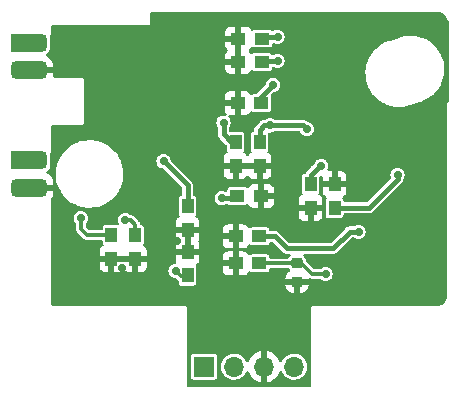
<source format=gbr>
%TF.GenerationSoftware,KiCad,Pcbnew,(6.0.5)*%
%TF.CreationDate,2022-08-22T16:05:22+08:00*%
%TF.ProjectId,SX7H02060050-1,53583748-3032-4303-9630-3035302d312e,rev?*%
%TF.SameCoordinates,PX8af34a0PY598cce0*%
%TF.FileFunction,Copper,L1,Top*%
%TF.FilePolarity,Positive*%
%FSLAX46Y46*%
G04 Gerber Fmt 4.6, Leading zero omitted, Abs format (unit mm)*
G04 Created by KiCad (PCBNEW (6.0.5)) date 2022-08-22 16:05:22*
%MOMM*%
%LPD*%
G01*
G04 APERTURE LIST*
G04 Aperture macros list*
%AMRoundRect*
0 Rectangle with rounded corners*
0 $1 Rounding radius*
0 $2 $3 $4 $5 $6 $7 $8 $9 X,Y pos of 4 corners*
0 Add a 4 corners polygon primitive as box body*
4,1,4,$2,$3,$4,$5,$6,$7,$8,$9,$2,$3,0*
0 Add four circle primitives for the rounded corners*
1,1,$1+$1,$2,$3*
1,1,$1+$1,$4,$5*
1,1,$1+$1,$6,$7*
1,1,$1+$1,$8,$9*
0 Add four rect primitives between the rounded corners*
20,1,$1+$1,$2,$3,$4,$5,0*
20,1,$1+$1,$4,$5,$6,$7,0*
20,1,$1+$1,$6,$7,$8,$9,0*
20,1,$1+$1,$8,$9,$2,$3,0*%
G04 Aperture macros list end*
%TA.AperFunction,SMDPad,CuDef*%
%ADD10R,1.000000X1.200000*%
%TD*%
%TA.AperFunction,ComponentPad*%
%ADD11R,2.000000X1.500000*%
%TD*%
%TA.AperFunction,ComponentPad*%
%ADD12RoundRect,0.375000X-0.625000X-0.375000X0.625000X-0.375000X0.625000X0.375000X-0.625000X0.375000X0*%
%TD*%
%TA.AperFunction,SMDPad,CuDef*%
%ADD13R,1.200000X1.000000*%
%TD*%
%TA.AperFunction,SMDPad,CuDef*%
%ADD14RoundRect,0.225000X-0.250000X0.225000X-0.250000X-0.225000X0.250000X-0.225000X0.250000X0.225000X0*%
%TD*%
%TA.AperFunction,ComponentPad*%
%ADD15R,1.700000X1.700000*%
%TD*%
%TA.AperFunction,ComponentPad*%
%ADD16O,1.700000X1.700000*%
%TD*%
%TA.AperFunction,ViaPad*%
%ADD17C,0.700000*%
%TD*%
%TA.AperFunction,Conductor*%
%ADD18C,0.400000*%
%TD*%
%TA.AperFunction,Conductor*%
%ADD19C,0.300000*%
%TD*%
%ADD20C,0.300000*%
%ADD21O,0.300000X1.499999*%
%ADD22C,0.250000*%
%ADD23C,0.350000*%
G04 APERTURE END LIST*
D10*
%TO.P,D207,1,K*%
%TO.N,GND*%
X139610000Y-82790000D03*
%TO.P,D207,2,A*%
%TO.N,Net-(C207-Pad1)*%
X139610000Y-80790000D03*
%TD*%
%TO.P,D213,1,K*%
%TO.N,GND*%
X150114000Y-74914000D03*
%TO.P,D213,2,A*%
%TO.N,Net-(C210-Pad1)*%
X150114000Y-72914000D03*
%TD*%
%TO.P,D209,1,K*%
%TO.N,GND*%
X156464000Y-78470000D03*
%TO.P,D209,2,A*%
%TO.N,Net-(C208-Pad1)*%
X156464000Y-76470000D03*
%TD*%
%TO.P,D214,1,K*%
%TO.N,GND*%
X152146000Y-74914000D03*
%TO.P,D214,2,A*%
%TO.N,Net-(D214-Pad2)*%
X152146000Y-72914000D03*
%TD*%
D11*
%TO.P,SW202,1*%
%TO.N,Net-(R202-Pad1)*%
X132100000Y-64550000D03*
D12*
X133150000Y-64550000D03*
%TO.P,SW202,2*%
%TO.N,GND*%
X133150000Y-66850000D03*
X132100000Y-66850000D03*
%TD*%
%TO.P,SW201,1*%
%TO.N,Net-(R201-Pad1)*%
X133175000Y-74475000D03*
D11*
X132125000Y-74475000D03*
D12*
%TO.P,SW201,2*%
%TO.N,GND*%
X133175000Y-76775000D03*
X132125000Y-76775000D03*
%TD*%
D13*
%TO.P,D201,1,K*%
%TO.N,GND*%
X150300000Y-69600000D03*
%TO.P,D201,2,A*%
%TO.N,Net-(D201-Pad2)*%
X152300000Y-69600000D03*
%TD*%
D10*
%TO.P,D208,1,K*%
%TO.N,GND*%
X141620000Y-82790000D03*
%TO.P,D208,2,A*%
%TO.N,Net-(D208-Pad2)*%
X141620000Y-80790000D03*
%TD*%
%TO.P,D204,1,K*%
%TO.N,GND*%
X146050000Y-80349600D03*
%TO.P,D204,2,A*%
%TO.N,Net-(D204-Pad2)*%
X146050000Y-78349600D03*
%TD*%
D14*
%TO.P,C206,1*%
%TO.N,Net-(C206-Pad1)*%
X155321000Y-83172000D03*
%TO.P,C206,2*%
%TO.N,GND*%
X155321000Y-84722000D03*
%TD*%
D10*
%TO.P,D210,1,K*%
%TO.N,GND*%
X158496000Y-76470000D03*
%TO.P,D210,2,A*%
%TO.N,Net-(D210-Pad2)*%
X158496000Y-78470000D03*
%TD*%
D13*
%TO.P,D212,1,K*%
%TO.N,GND*%
X150325000Y-66125000D03*
%TO.P,D212,2,A*%
%TO.N,Net-(D212-Pad2)*%
X152325000Y-66125000D03*
%TD*%
%TO.P,D206,1,K*%
%TO.N,GND*%
X150130000Y-80899000D03*
%TO.P,D206,2,A*%
%TO.N,Net-(D206-Pad2)*%
X152130000Y-80899000D03*
%TD*%
D15*
%TO.P,J201,1,Pin_1*%
%TO.N,/P_SW1_AI*%
X147457000Y-91922600D03*
D16*
%TO.P,J201,2,Pin_2*%
%TO.N,Net-(J201-Pad2)*%
X149997000Y-91922600D03*
%TO.P,J201,3,Pin_3*%
%TO.N,GND*%
X152537000Y-91922600D03*
%TO.P,J201,4,Pin_4*%
%TO.N,/P_SW2_AI*%
X155077000Y-91922600D03*
%TD*%
D13*
%TO.P,D202,1,K*%
%TO.N,GND*%
X152275000Y-77475000D03*
%TO.P,D202,2,A*%
%TO.N,Net-(D202-Pad2)*%
X150275000Y-77475000D03*
%TD*%
D10*
%TO.P,D203,1,K*%
%TO.N,GND*%
X146050000Y-82210400D03*
%TO.P,D203,2,A*%
%TO.N,Net-(D203-Pad2)*%
X146050000Y-84210400D03*
%TD*%
D13*
%TO.P,D211,1,K*%
%TO.N,GND*%
X150350000Y-64150000D03*
%TO.P,D211,2,A*%
%TO.N,Net-(C209-Pad1)*%
X152350000Y-64150000D03*
%TD*%
%TO.P,D205,1,K*%
%TO.N,GND*%
X150130000Y-83185000D03*
%TO.P,D205,2,A*%
%TO.N,Net-(C206-Pad1)*%
X152130000Y-83185000D03*
%TD*%
D17*
%TO.N,GND*%
X153670000Y-69088000D03*
X167513000Y-69723000D03*
X138328400Y-79552800D03*
X160528000Y-73279000D03*
X167513000Y-62357000D03*
X152933400Y-87833200D03*
X154812999Y-62230000D03*
X150291800Y-86360000D03*
X161755665Y-62230000D03*
X161671000Y-64008000D03*
X152933400Y-89560400D03*
X137541000Y-86410800D03*
X164465000Y-86360000D03*
X165354000Y-78994000D03*
X145161000Y-81280000D03*
X161036000Y-69088000D03*
X161798000Y-80899000D03*
X147523200Y-71424800D03*
X141122400Y-75793600D03*
X167513000Y-80121125D03*
X137668000Y-68961000D03*
X165989000Y-72644000D03*
X141884400Y-72644000D03*
X154940000Y-75946000D03*
X134874000Y-78613000D03*
X143560800Y-72644000D03*
X146050000Y-65278000D03*
X143129000Y-63373000D03*
X160401000Y-86360000D03*
X167513000Y-78041500D03*
X140817600Y-85293200D03*
X145135600Y-72644000D03*
X148590000Y-69723000D03*
X156083000Y-86360000D03*
X134874000Y-86360000D03*
X135636000Y-63373000D03*
X134910000Y-83820000D03*
X135590000Y-66929000D03*
X164084000Y-77089000D03*
X165989000Y-76200000D03*
X146380200Y-86614000D03*
X167513000Y-71802625D03*
X165227000Y-62230000D03*
X146380200Y-90424000D03*
X161163000Y-83058000D03*
X153924000Y-78001654D03*
X151341666Y-62230000D03*
X156083000Y-89890600D03*
X144399000Y-62230000D03*
X142544800Y-67818000D03*
X145858500Y-70256400D03*
X162306000Y-70358000D03*
X158284332Y-62230000D03*
X157988000Y-73787000D03*
X140631332Y-63373000D03*
X155803600Y-72948800D03*
X147574000Y-86614000D03*
X140208000Y-78181200D03*
X167513000Y-73882250D03*
X147870333Y-62230000D03*
X144145000Y-66675000D03*
X147726400Y-77978000D03*
X167513000Y-82200750D03*
X137668000Y-70993000D03*
X167513000Y-84280375D03*
X140208000Y-72644000D03*
X145084800Y-77216000D03*
X167513000Y-86360000D03*
X140512800Y-83616800D03*
X162814000Y-73914000D03*
X137668000Y-66929000D03*
X151853900Y-86360000D03*
X167513000Y-75961875D03*
X156083000Y-69850000D03*
X162687000Y-72390000D03*
X144145000Y-68961000D03*
X148590000Y-67691000D03*
X148640800Y-65989200D03*
X148640800Y-63906400D03*
X138133666Y-63373000D03*
X146380200Y-88722200D03*
X151257000Y-84582000D03*
X153416000Y-86360000D03*
X155067000Y-67691000D03*
%TO.N,Net-(D201-Pad2)*%
X153289000Y-68072000D03*
%TO.N,Net-(D202-Pad2)*%
X148945600Y-77673200D03*
%TO.N,Net-(D203-Pad2)*%
X145034000Y-83820000D03*
%TO.N,Net-(D204-Pad2)*%
X144018000Y-74549000D03*
%TO.N,Net-(C206-Pad1)*%
X157734000Y-84074000D03*
%TO.N,Net-(D206-Pad2)*%
X160528000Y-80518000D03*
%TO.N,Net-(C207-Pad1)*%
X137007600Y-79349600D03*
%TO.N,Net-(D208-Pad2)*%
X140766800Y-79502000D03*
%TO.N,Net-(C208-Pad1)*%
X157353000Y-74930000D03*
%TO.N,Net-(D210-Pad2)*%
X163830000Y-75692000D03*
%TO.N,Net-(C209-Pad1)*%
X153670000Y-64008000D03*
%TO.N,Net-(D212-Pad2)*%
X153670000Y-66040000D03*
%TO.N,Net-(C210-Pad1)*%
X149098000Y-71260000D03*
%TO.N,Net-(D214-Pad2)*%
X156148179Y-71819773D03*
X153035000Y-71501000D03*
%TD*%
D18*
%TO.N,GND*%
X167894000Y-69342000D02*
X167513000Y-69723000D01*
X167894000Y-62738000D02*
X167894000Y-69342000D01*
X167513000Y-62357000D02*
X167894000Y-62738000D01*
%TO.N,Net-(D201-Pad2)*%
X152300000Y-69600000D02*
X152300000Y-69061000D01*
X152300000Y-69061000D02*
X153289000Y-68072000D01*
%TO.N,Net-(D202-Pad2)*%
X148945600Y-77673200D02*
X150076800Y-77673200D01*
X150076800Y-77673200D02*
X150275000Y-77475000D01*
D19*
%TO.N,Net-(D203-Pad2)*%
X145034000Y-83820000D02*
X145491200Y-84277200D01*
X145491200Y-84277200D02*
X145983200Y-84277200D01*
X145983200Y-84277200D02*
X146050000Y-84210400D01*
D18*
%TO.N,Net-(D204-Pad2)*%
X144018000Y-74549000D02*
X146050000Y-76581000D01*
X146050000Y-76581000D02*
X146050000Y-78349600D01*
D19*
%TO.N,Net-(C206-Pad1)*%
X157734000Y-84074000D02*
X156591000Y-84074000D01*
X155321000Y-83172000D02*
X155308000Y-83185000D01*
X156591000Y-84074000D02*
X155689000Y-83172000D01*
X155689000Y-83172000D02*
X155321000Y-83172000D01*
X155308000Y-83185000D02*
X152130000Y-83185000D01*
D18*
%TO.N,Net-(D206-Pad2)*%
X154432000Y-81915000D02*
X153416000Y-80899000D01*
X159766000Y-80518000D02*
X160528000Y-80518000D01*
X158369000Y-81915000D02*
X159766000Y-80518000D01*
X153416000Y-80899000D02*
X152130000Y-80899000D01*
X158369000Y-81915000D02*
X154432000Y-81915000D01*
D19*
%TO.N,Net-(C207-Pad1)*%
X137007600Y-80264000D02*
X137533600Y-80790000D01*
X137007600Y-79349600D02*
X137007600Y-80264000D01*
X137533600Y-80790000D02*
X139610000Y-80790000D01*
%TO.N,Net-(D208-Pad2)*%
X140614400Y-79502000D02*
X141224000Y-79502000D01*
X141224000Y-79502000D02*
X141620000Y-79898000D01*
X141620000Y-79898000D02*
X141620000Y-80790000D01*
D18*
%TO.N,Net-(C208-Pad1)*%
X157226000Y-74930000D02*
X156464000Y-75692000D01*
X156464000Y-75692000D02*
X156464000Y-76470000D01*
X157353000Y-74930000D02*
X157226000Y-74930000D01*
%TO.N,Net-(D210-Pad2)*%
X163830000Y-76073000D02*
X163830000Y-75692000D01*
X161433000Y-78470000D02*
X163830000Y-76073000D01*
X158496000Y-78470000D02*
X161433000Y-78470000D01*
%TO.N,Net-(C209-Pad1)*%
X152492000Y-64008000D02*
X152350000Y-64150000D01*
X153670000Y-64008000D02*
X152492000Y-64008000D01*
%TO.N,Net-(D212-Pad2)*%
X153670000Y-66040000D02*
X152410000Y-66040000D01*
X152410000Y-66040000D02*
X152325000Y-66125000D01*
%TO.N,Net-(C210-Pad1)*%
X149098000Y-71260000D02*
X149098000Y-72263000D01*
X149098000Y-72263000D02*
X149749000Y-72914000D01*
X149749000Y-72914000D02*
X150114000Y-72914000D01*
%TO.N,Net-(D214-Pad2)*%
X155829406Y-71501000D02*
X156148179Y-71819773D01*
X153035000Y-71501000D02*
X152527000Y-71501000D01*
X152527000Y-71501000D02*
X152146000Y-71882000D01*
X153035000Y-71501000D02*
X155829406Y-71501000D01*
X152146000Y-71882000D02*
X152146000Y-72914000D01*
%TD*%
%TA.AperFunction,Conductor*%
%TO.N,GND*%
G36*
X167239160Y-61864877D02*
G01*
X167425752Y-61889438D01*
X167457531Y-61897953D01*
X167608228Y-61960380D01*
X167636706Y-61976822D01*
X167766108Y-62076108D01*
X167789375Y-62099375D01*
X167888685Y-62228813D01*
X167905126Y-62257290D01*
X167946365Y-62356841D01*
X167967542Y-62407964D01*
X167976056Y-62439738D01*
X167992254Y-62562765D01*
X167990911Y-62603792D01*
X167990515Y-62605783D01*
X167990515Y-62605786D01*
X167988094Y-62617957D01*
X167990515Y-62630127D01*
X167990515Y-62630128D01*
X167990673Y-62630922D01*
X167993095Y-62655457D01*
X167993822Y-64620027D01*
X167994445Y-66302226D01*
X167974468Y-66370354D01*
X167920830Y-66416867D01*
X167850560Y-66426997D01*
X167785968Y-66397528D01*
X167747562Y-66337816D01*
X167743783Y-66320586D01*
X167725087Y-66193320D01*
X167724573Y-66189818D01*
X167721983Y-66180002D01*
X167653471Y-65920435D01*
X167651720Y-65912860D01*
X167643341Y-65870733D01*
X167643341Y-65870732D01*
X167640920Y-65858563D01*
X167633284Y-65847134D01*
X167620591Y-65822730D01*
X167540119Y-65615416D01*
X167526739Y-65580946D01*
X167516809Y-65561985D01*
X167379633Y-65300070D01*
X167377990Y-65296933D01*
X167313756Y-65201957D01*
X167200356Y-65034285D01*
X167200352Y-65034280D01*
X167198378Y-65031361D01*
X167192312Y-65024258D01*
X167020564Y-64823168D01*
X166990160Y-64787569D01*
X166876309Y-64681135D01*
X166758540Y-64571037D01*
X166758533Y-64571031D01*
X166755956Y-64568622D01*
X166498710Y-64377275D01*
X166495658Y-64375498D01*
X166495654Y-64375495D01*
X166224711Y-64217711D01*
X166221658Y-64215933D01*
X165928283Y-64086626D01*
X165924917Y-64085574D01*
X165924912Y-64085572D01*
X165625651Y-63992034D01*
X165625653Y-63992034D01*
X165622276Y-63990979D01*
X165618810Y-63990310D01*
X165618807Y-63990309D01*
X165310945Y-63930863D01*
X165310937Y-63930862D01*
X165307483Y-63930195D01*
X165123419Y-63915708D01*
X164991376Y-63905315D01*
X164991369Y-63905315D01*
X164987864Y-63905039D01*
X164821148Y-63910652D01*
X164670961Y-63915708D01*
X164670954Y-63915709D01*
X164667438Y-63915827D01*
X164663945Y-63916340D01*
X164663946Y-63916340D01*
X164353740Y-63961908D01*
X164353738Y-63961908D01*
X164350235Y-63962423D01*
X164346820Y-63963324D01*
X164346812Y-63963326D01*
X164177554Y-64008000D01*
X164043553Y-64043368D01*
X164040092Y-64043778D01*
X164029269Y-64049839D01*
X164029268Y-64049839D01*
X164028617Y-64050204D01*
X164005993Y-64060099D01*
X163919974Y-64088049D01*
X163207932Y-64319411D01*
X163126221Y-64345961D01*
X163102095Y-64351254D01*
X163089037Y-64352800D01*
X163085906Y-64354554D01*
X162790315Y-64469295D01*
X162506308Y-64618046D01*
X162240741Y-64797660D01*
X162238061Y-64799949D01*
X161999639Y-65003585D01*
X161999632Y-65003592D01*
X161996954Y-65005879D01*
X161994543Y-65008458D01*
X161994542Y-65008459D01*
X161975644Y-65028675D01*
X161778013Y-65240084D01*
X161728192Y-65307064D01*
X161597371Y-65482943D01*
X161586670Y-65497329D01*
X161584896Y-65500376D01*
X161584893Y-65500380D01*
X161549019Y-65561985D01*
X161425334Y-65774381D01*
X161423910Y-65777612D01*
X161297454Y-66064524D01*
X161297451Y-66064533D01*
X161296031Y-66067754D01*
X161200388Y-66373760D01*
X161139609Y-66688551D01*
X161139333Y-66692059D01*
X161139332Y-66692066D01*
X161116616Y-66980724D01*
X161114456Y-67008167D01*
X161125248Y-67328590D01*
X161125760Y-67332072D01*
X161125760Y-67332077D01*
X161171124Y-67640866D01*
X161171847Y-67645790D01*
X161232295Y-67874803D01*
X161242844Y-67914771D01*
X161244595Y-67922345D01*
X161255471Y-67977021D01*
X161263158Y-67988525D01*
X161275852Y-68012930D01*
X161295793Y-68064303D01*
X161369681Y-68254655D01*
X161371320Y-68257784D01*
X161472480Y-68450932D01*
X161518429Y-68538665D01*
X161520402Y-68541582D01*
X161520406Y-68541589D01*
X161601127Y-68660940D01*
X161698041Y-68804234D01*
X161700326Y-68806909D01*
X161700328Y-68806912D01*
X161791022Y-68913100D01*
X161906257Y-69048023D01*
X161908836Y-69050434D01*
X161908837Y-69050435D01*
X162137875Y-69264552D01*
X162137882Y-69264557D01*
X162140459Y-69266967D01*
X162143289Y-69269072D01*
X162143295Y-69269077D01*
X162336968Y-69413136D01*
X162397703Y-69458312D01*
X162400755Y-69460089D01*
X162400759Y-69460092D01*
X162451572Y-69489683D01*
X162674752Y-69619652D01*
X162968124Y-69748958D01*
X163274129Y-69844604D01*
X163277595Y-69845273D01*
X163277598Y-69845274D01*
X163353164Y-69859865D01*
X163588919Y-69905387D01*
X163592423Y-69905663D01*
X163592432Y-69905664D01*
X163905024Y-69930267D01*
X163905030Y-69930267D01*
X163908535Y-69930543D01*
X164081267Y-69924727D01*
X164225435Y-69919874D01*
X164225442Y-69919873D01*
X164228958Y-69919755D01*
X164331324Y-69904718D01*
X164542653Y-69873675D01*
X164542655Y-69873675D01*
X164546158Y-69873160D01*
X164549573Y-69872259D01*
X164549581Y-69872257D01*
X164840736Y-69795410D01*
X164852837Y-69792216D01*
X164856298Y-69791806D01*
X164867759Y-69785387D01*
X164890394Y-69775487D01*
X165382854Y-69615506D01*
X165770167Y-69489683D01*
X165794282Y-69484392D01*
X165807351Y-69482845D01*
X165810615Y-69481017D01*
X166106070Y-69366332D01*
X166390081Y-69217582D01*
X166393008Y-69215602D01*
X166393017Y-69215597D01*
X166652713Y-69039956D01*
X166652716Y-69039954D01*
X166655652Y-69037968D01*
X166797853Y-68916516D01*
X166896759Y-68832042D01*
X166896765Y-68832036D01*
X166899443Y-68829749D01*
X167118388Y-68595543D01*
X167163023Y-68535536D01*
X167307627Y-68341129D01*
X167307629Y-68341126D01*
X167309734Y-68338296D01*
X167471074Y-68061243D01*
X167501796Y-67991541D01*
X167598959Y-67771092D01*
X167600380Y-67767868D01*
X167602655Y-67760589D01*
X167694971Y-67465233D01*
X167694973Y-67465224D01*
X167696025Y-67461859D01*
X167745074Y-67207831D01*
X167777628Y-67144737D01*
X167839125Y-67109260D01*
X167910040Y-67112662D01*
X167967858Y-67153863D01*
X167994222Y-67219783D01*
X167994789Y-67231671D01*
X168000457Y-82534329D01*
X168001226Y-84609407D01*
X168001738Y-85993061D01*
X168000659Y-86009560D01*
X167976088Y-86196135D01*
X167967575Y-86227904D01*
X167909244Y-86368720D01*
X167905155Y-86378590D01*
X167888714Y-86407067D01*
X167789407Y-86536502D01*
X167766140Y-86559769D01*
X167636740Y-86659054D01*
X167608262Y-86675496D01*
X167457561Y-86737924D01*
X167425782Y-86746439D01*
X167302714Y-86762638D01*
X167261694Y-86761296D01*
X167259783Y-86760916D01*
X167247611Y-86758495D01*
X167234714Y-86761060D01*
X167210135Y-86763481D01*
X156785087Y-86763481D01*
X156760508Y-86761060D01*
X156747611Y-86758495D01*
X156735439Y-86760916D01*
X156733529Y-86761296D01*
X156722544Y-86763481D01*
X156648310Y-86778247D01*
X156564127Y-86834497D01*
X156507877Y-86918680D01*
X156488125Y-87017981D01*
X156490546Y-87030151D01*
X156490690Y-87030875D01*
X156493111Y-87055457D01*
X156493111Y-93537506D01*
X156473109Y-93605627D01*
X156419453Y-93652120D01*
X156367111Y-93663506D01*
X146128096Y-93663506D01*
X146059975Y-93643504D01*
X146013482Y-93589848D01*
X146002096Y-93537506D01*
X146002096Y-91047533D01*
X146352500Y-91047533D01*
X146352501Y-92797666D01*
X146367266Y-92871901D01*
X146374161Y-92882220D01*
X146374162Y-92882222D01*
X146414516Y-92942615D01*
X146423516Y-92956084D01*
X146507699Y-93012334D01*
X146581933Y-93027100D01*
X147456858Y-93027100D01*
X148332066Y-93027099D01*
X148367818Y-93019988D01*
X148394126Y-93014756D01*
X148394128Y-93014755D01*
X148406301Y-93012334D01*
X148416621Y-93005439D01*
X148416622Y-93005438D01*
X148480168Y-92962977D01*
X148490484Y-92956084D01*
X148546734Y-92871901D01*
X148561500Y-92797667D01*
X148561499Y-91893564D01*
X148888148Y-91893564D01*
X148901424Y-92096122D01*
X148902845Y-92101718D01*
X148902846Y-92101723D01*
X148923119Y-92181545D01*
X148951392Y-92292869D01*
X148953809Y-92298112D01*
X148991010Y-92378808D01*
X149036377Y-92477216D01*
X149153533Y-92642989D01*
X149298938Y-92784635D01*
X149467720Y-92897412D01*
X149473023Y-92899690D01*
X149473026Y-92899692D01*
X149648921Y-92975262D01*
X149654228Y-92977542D01*
X149727244Y-92994064D01*
X149846579Y-93021067D01*
X149846584Y-93021068D01*
X149852216Y-93022342D01*
X149857987Y-93022569D01*
X149857989Y-93022569D01*
X149917756Y-93024917D01*
X150055053Y-93030312D01*
X150162348Y-93014755D01*
X150250231Y-93002013D01*
X150250236Y-93002012D01*
X150255945Y-93001184D01*
X150261409Y-92999329D01*
X150261414Y-92999328D01*
X150442693Y-92937792D01*
X150442698Y-92937790D01*
X150448165Y-92935934D01*
X150625276Y-92836747D01*
X150664969Y-92803735D01*
X150752696Y-92730772D01*
X150781345Y-92706945D01*
X150911147Y-92550876D01*
X151010334Y-92373765D01*
X151012720Y-92366735D01*
X151013170Y-92366096D01*
X151014541Y-92363016D01*
X151015146Y-92363285D01*
X151053553Y-92308659D01*
X151119305Y-92281878D01*
X151189098Y-92294895D01*
X151240773Y-92343580D01*
X151248777Y-92359829D01*
X151318770Y-92532203D01*
X151323413Y-92541394D01*
X151434694Y-92722988D01*
X151440777Y-92731299D01*
X151580213Y-92892267D01*
X151587580Y-92899483D01*
X151751434Y-93035516D01*
X151759881Y-93041431D01*
X151943756Y-93148879D01*
X151953042Y-93153329D01*
X152152001Y-93229303D01*
X152161899Y-93232179D01*
X152265250Y-93253206D01*
X152279299Y-93252010D01*
X152283000Y-93241665D01*
X152283000Y-93241117D01*
X152791000Y-93241117D01*
X152795064Y-93254959D01*
X152808478Y-93256993D01*
X152815184Y-93256134D01*
X152825262Y-93253992D01*
X153029255Y-93192791D01*
X153038842Y-93189033D01*
X153230095Y-93095339D01*
X153238945Y-93090064D01*
X153412328Y-92966392D01*
X153420200Y-92959739D01*
X153571052Y-92809412D01*
X153577730Y-92801565D01*
X153702003Y-92628620D01*
X153707313Y-92619783D01*
X153801670Y-92428867D01*
X153805469Y-92419272D01*
X153822066Y-92364647D01*
X153861007Y-92305283D01*
X153925862Y-92276396D01*
X153996038Y-92287158D01*
X154049256Y-92334151D01*
X154057048Y-92348522D01*
X154116377Y-92477216D01*
X154233533Y-92642989D01*
X154378938Y-92784635D01*
X154547720Y-92897412D01*
X154553023Y-92899690D01*
X154553026Y-92899692D01*
X154728921Y-92975262D01*
X154734228Y-92977542D01*
X154807244Y-92994064D01*
X154926579Y-93021067D01*
X154926584Y-93021068D01*
X154932216Y-93022342D01*
X154937987Y-93022569D01*
X154937989Y-93022569D01*
X154997756Y-93024917D01*
X155135053Y-93030312D01*
X155242348Y-93014755D01*
X155330231Y-93002013D01*
X155330236Y-93002012D01*
X155335945Y-93001184D01*
X155341409Y-92999329D01*
X155341414Y-92999328D01*
X155522693Y-92937792D01*
X155522698Y-92937790D01*
X155528165Y-92935934D01*
X155705276Y-92836747D01*
X155744969Y-92803735D01*
X155832696Y-92730772D01*
X155861345Y-92706945D01*
X155991147Y-92550876D01*
X156090334Y-92373765D01*
X156092190Y-92368298D01*
X156092192Y-92368293D01*
X156153728Y-92187014D01*
X156153729Y-92187009D01*
X156155584Y-92181545D01*
X156156412Y-92175836D01*
X156156413Y-92175831D01*
X156184179Y-91984327D01*
X156184712Y-91980653D01*
X156186232Y-91922600D01*
X156167658Y-91720459D01*
X156166090Y-91714899D01*
X156114125Y-91530646D01*
X156114124Y-91530644D01*
X156112557Y-91525087D01*
X156101978Y-91503633D01*
X156025331Y-91348209D01*
X156022776Y-91343028D01*
X155901320Y-91180379D01*
X155752258Y-91042587D01*
X155747375Y-91039506D01*
X155747371Y-91039503D01*
X155585464Y-90937348D01*
X155580581Y-90934267D01*
X155392039Y-90859046D01*
X155386379Y-90857920D01*
X155386375Y-90857919D01*
X155198613Y-90820571D01*
X155198610Y-90820571D01*
X155192946Y-90819444D01*
X155187171Y-90819368D01*
X155187167Y-90819368D01*
X155085793Y-90818041D01*
X154989971Y-90816787D01*
X154984274Y-90817766D01*
X154984273Y-90817766D01*
X154896397Y-90832866D01*
X154789910Y-90851164D01*
X154599463Y-90921424D01*
X154425010Y-91025212D01*
X154420670Y-91029018D01*
X154420666Y-91029021D01*
X154276733Y-91155248D01*
X154272392Y-91159055D01*
X154146720Y-91318469D01*
X154144031Y-91323580D01*
X154144029Y-91323583D01*
X154054589Y-91493580D01*
X154005170Y-91544552D01*
X153936037Y-91560715D01*
X153869141Y-91536936D01*
X153829003Y-91482573D01*
X153826955Y-91483463D01*
X153739972Y-91283414D01*
X153735105Y-91274339D01*
X153619426Y-91095526D01*
X153613136Y-91087357D01*
X153469806Y-90929840D01*
X153462273Y-90922815D01*
X153295139Y-90790822D01*
X153286552Y-90785117D01*
X153100117Y-90682199D01*
X153090705Y-90677969D01*
X152889959Y-90606880D01*
X152879988Y-90604246D01*
X152808837Y-90591572D01*
X152795540Y-90593032D01*
X152791000Y-90607589D01*
X152791000Y-93241117D01*
X152283000Y-93241117D01*
X152283000Y-90605702D01*
X152279082Y-90592358D01*
X152264806Y-90590371D01*
X152226324Y-90596260D01*
X152216288Y-90598651D01*
X152013868Y-90664812D01*
X152004359Y-90668809D01*
X151815463Y-90767142D01*
X151806738Y-90772636D01*
X151636433Y-90900505D01*
X151628726Y-90907348D01*
X151481590Y-91061317D01*
X151475104Y-91069327D01*
X151355098Y-91245249D01*
X151350000Y-91254223D01*
X151260338Y-91447383D01*
X151256777Y-91457064D01*
X151252291Y-91473240D01*
X151214813Y-91533539D01*
X151150684Y-91564003D01*
X151080266Y-91554960D01*
X151025915Y-91509282D01*
X151017867Y-91495298D01*
X150945331Y-91348209D01*
X150942776Y-91343028D01*
X150821320Y-91180379D01*
X150672258Y-91042587D01*
X150667375Y-91039506D01*
X150667371Y-91039503D01*
X150505464Y-90937348D01*
X150500581Y-90934267D01*
X150312039Y-90859046D01*
X150306379Y-90857920D01*
X150306375Y-90857919D01*
X150118613Y-90820571D01*
X150118610Y-90820571D01*
X150112946Y-90819444D01*
X150107171Y-90819368D01*
X150107167Y-90819368D01*
X150005793Y-90818041D01*
X149909971Y-90816787D01*
X149904274Y-90817766D01*
X149904273Y-90817766D01*
X149816397Y-90832866D01*
X149709910Y-90851164D01*
X149519463Y-90921424D01*
X149345010Y-91025212D01*
X149340670Y-91029018D01*
X149340666Y-91029021D01*
X149196733Y-91155248D01*
X149192392Y-91159055D01*
X149066720Y-91318469D01*
X149064031Y-91323580D01*
X149064029Y-91323583D01*
X149051073Y-91348209D01*
X148972203Y-91498115D01*
X148912007Y-91691978D01*
X148888148Y-91893564D01*
X148561499Y-91893564D01*
X148561499Y-91047534D01*
X148546734Y-90973299D01*
X148520654Y-90934267D01*
X148497377Y-90899432D01*
X148490484Y-90889116D01*
X148406301Y-90832866D01*
X148332067Y-90818100D01*
X147457142Y-90818100D01*
X146581934Y-90818101D01*
X146546182Y-90825212D01*
X146519874Y-90830444D01*
X146519872Y-90830445D01*
X146507699Y-90832866D01*
X146497379Y-90839761D01*
X146497378Y-90839762D01*
X146436985Y-90880116D01*
X146423516Y-90889116D01*
X146367266Y-90973299D01*
X146352500Y-91047533D01*
X146002096Y-91047533D01*
X146002096Y-87055457D01*
X146004517Y-87030875D01*
X146004661Y-87030151D01*
X146007082Y-87017981D01*
X145987330Y-86918680D01*
X145931080Y-86834497D01*
X145846897Y-86778247D01*
X145772663Y-86763481D01*
X145761678Y-86761296D01*
X145759768Y-86760916D01*
X145747596Y-86758495D01*
X145734699Y-86761060D01*
X145710120Y-86763481D01*
X134628096Y-86763481D01*
X134559975Y-86743479D01*
X134513482Y-86689823D01*
X134502096Y-86637481D01*
X134502096Y-83434669D01*
X138602001Y-83434669D01*
X138602371Y-83441490D01*
X138607895Y-83492352D01*
X138611521Y-83507604D01*
X138656676Y-83628054D01*
X138665214Y-83643649D01*
X138741715Y-83745724D01*
X138754276Y-83758285D01*
X138856351Y-83834786D01*
X138871946Y-83843324D01*
X138992394Y-83888478D01*
X139007649Y-83892105D01*
X139058514Y-83897631D01*
X139065328Y-83898000D01*
X139337885Y-83898000D01*
X139353124Y-83893525D01*
X139354329Y-83892135D01*
X139356000Y-83884452D01*
X139356000Y-83879884D01*
X139864000Y-83879884D01*
X139868475Y-83895123D01*
X139869865Y-83896328D01*
X139877548Y-83897999D01*
X140154669Y-83897999D01*
X140161490Y-83897629D01*
X140212352Y-83892105D01*
X140227604Y-83888479D01*
X140348054Y-83843324D01*
X140363649Y-83834786D01*
X140465724Y-83758285D01*
X140478281Y-83745728D01*
X140514173Y-83697837D01*
X140571033Y-83655322D01*
X140641851Y-83650296D01*
X140704145Y-83684356D01*
X140715827Y-83697837D01*
X140751719Y-83745728D01*
X140764276Y-83758285D01*
X140866351Y-83834786D01*
X140881946Y-83843324D01*
X141002394Y-83888478D01*
X141017649Y-83892105D01*
X141068514Y-83897631D01*
X141075328Y-83898000D01*
X141347885Y-83898000D01*
X141363124Y-83893525D01*
X141364329Y-83892135D01*
X141366000Y-83884452D01*
X141366000Y-83879884D01*
X141874000Y-83879884D01*
X141878475Y-83895123D01*
X141879865Y-83896328D01*
X141887548Y-83897999D01*
X142164669Y-83897999D01*
X142171490Y-83897629D01*
X142222352Y-83892105D01*
X142237604Y-83888479D01*
X142358054Y-83843324D01*
X142373649Y-83834786D01*
X142393378Y-83820000D01*
X144424284Y-83820000D01*
X144445060Y-83977806D01*
X144448218Y-83985430D01*
X144448219Y-83985434D01*
X144502809Y-84117227D01*
X144505970Y-84124858D01*
X144510997Y-84131409D01*
X144510998Y-84131411D01*
X144558257Y-84192999D01*
X144602866Y-84251134D01*
X144729142Y-84348030D01*
X144736772Y-84351190D01*
X144736773Y-84351191D01*
X144868566Y-84405781D01*
X144868570Y-84405782D01*
X144876194Y-84408940D01*
X145034000Y-84429716D01*
X145033556Y-84433088D01*
X145086520Y-84448640D01*
X145107494Y-84465543D01*
X145250477Y-84608526D01*
X145249596Y-84609407D01*
X145286917Y-84657808D01*
X145295501Y-84703520D01*
X145295501Y-84835466D01*
X145310266Y-84909701D01*
X145366516Y-84993884D01*
X145450699Y-85050134D01*
X145524933Y-85064900D01*
X146049915Y-85064900D01*
X146575066Y-85064899D01*
X146610818Y-85057788D01*
X146637126Y-85052556D01*
X146637128Y-85052555D01*
X146649301Y-85050134D01*
X146659621Y-85043239D01*
X146659622Y-85043238D01*
X146723168Y-85000777D01*
X146733484Y-84993884D01*
X146734450Y-84992438D01*
X154338000Y-84992438D01*
X154338337Y-84998953D01*
X154347894Y-85091057D01*
X154350788Y-85104456D01*
X154400381Y-85253107D01*
X154406555Y-85266286D01*
X154488788Y-85399173D01*
X154497824Y-85410574D01*
X154608429Y-85520986D01*
X154619840Y-85529998D01*
X154752880Y-85612004D01*
X154766061Y-85618151D01*
X154914814Y-85667491D01*
X154928190Y-85670358D01*
X155019097Y-85679672D01*
X155025513Y-85680000D01*
X155048885Y-85680000D01*
X155064124Y-85675525D01*
X155065329Y-85674135D01*
X155067000Y-85666452D01*
X155067000Y-85661885D01*
X155575000Y-85661885D01*
X155579475Y-85677124D01*
X155580865Y-85678329D01*
X155588548Y-85680000D01*
X155616438Y-85680000D01*
X155622953Y-85679663D01*
X155715057Y-85670106D01*
X155728456Y-85667212D01*
X155877107Y-85617619D01*
X155890286Y-85611445D01*
X156023173Y-85529212D01*
X156034574Y-85520176D01*
X156144986Y-85409571D01*
X156153998Y-85398160D01*
X156236004Y-85265120D01*
X156242151Y-85251939D01*
X156291491Y-85103186D01*
X156294358Y-85089810D01*
X156303672Y-84998903D01*
X156303929Y-84993874D01*
X156299525Y-84978876D01*
X156298135Y-84977671D01*
X156290452Y-84976000D01*
X155593115Y-84976000D01*
X155577876Y-84980475D01*
X155576671Y-84981865D01*
X155575000Y-84989548D01*
X155575000Y-85661885D01*
X155067000Y-85661885D01*
X155067000Y-84994115D01*
X155062525Y-84978876D01*
X155061135Y-84977671D01*
X155053452Y-84976000D01*
X154356115Y-84976000D01*
X154340876Y-84980475D01*
X154339671Y-84981865D01*
X154338000Y-84989548D01*
X154338000Y-84992438D01*
X146734450Y-84992438D01*
X146789734Y-84909701D01*
X146804500Y-84835467D01*
X146804499Y-83729669D01*
X149022001Y-83729669D01*
X149022371Y-83736490D01*
X149027895Y-83787352D01*
X149031521Y-83802604D01*
X149076676Y-83923054D01*
X149085214Y-83938649D01*
X149161715Y-84040724D01*
X149174276Y-84053285D01*
X149276351Y-84129786D01*
X149291946Y-84138324D01*
X149412394Y-84183478D01*
X149427649Y-84187105D01*
X149478514Y-84192631D01*
X149485328Y-84193000D01*
X149857885Y-84193000D01*
X149873124Y-84188525D01*
X149874329Y-84187135D01*
X149876000Y-84179452D01*
X149876000Y-84174884D01*
X150384000Y-84174884D01*
X150388475Y-84190123D01*
X150389865Y-84191328D01*
X150397548Y-84192999D01*
X150774669Y-84192999D01*
X150781490Y-84192629D01*
X150832352Y-84187105D01*
X150847604Y-84183479D01*
X150968054Y-84138324D01*
X150983649Y-84129786D01*
X151085724Y-84053285D01*
X151098285Y-84040724D01*
X151174788Y-83938646D01*
X151182817Y-83923981D01*
X151233076Y-83873835D01*
X151302467Y-83858821D01*
X151363339Y-83879725D01*
X151388187Y-83896328D01*
X151430699Y-83924734D01*
X151504933Y-83939500D01*
X152129898Y-83939500D01*
X152755066Y-83939499D01*
X152790818Y-83932388D01*
X152817126Y-83927156D01*
X152817128Y-83927155D01*
X152829301Y-83924734D01*
X152839621Y-83917839D01*
X152839622Y-83917838D01*
X152903168Y-83875377D01*
X152913484Y-83868484D01*
X152969734Y-83784301D01*
X152984500Y-83710067D01*
X152984500Y-83703880D01*
X152984572Y-83703149D01*
X153011155Y-83637317D01*
X153069109Y-83596308D01*
X153109965Y-83589500D01*
X154552976Y-83589500D01*
X154621097Y-83609502D01*
X154653801Y-83639933D01*
X154687095Y-83684356D01*
X154700837Y-83702692D01*
X154725685Y-83769199D01*
X154710632Y-83838581D01*
X154666314Y-83885402D01*
X154618827Y-83914788D01*
X154607426Y-83923824D01*
X154497014Y-84034429D01*
X154488002Y-84045840D01*
X154405996Y-84178880D01*
X154399849Y-84192061D01*
X154350509Y-84340814D01*
X154347642Y-84354190D01*
X154338328Y-84445097D01*
X154338071Y-84450126D01*
X154342475Y-84465124D01*
X154343865Y-84466329D01*
X154351548Y-84468000D01*
X156285885Y-84468000D01*
X156323431Y-84456975D01*
X156345626Y-84442712D01*
X156420062Y-84443776D01*
X156426297Y-84445802D01*
X156444561Y-84453366D01*
X156464445Y-84463498D01*
X156474238Y-84465049D01*
X156486487Y-84466989D01*
X156505713Y-84471605D01*
X156517500Y-84475435D01*
X156517502Y-84475435D01*
X156526934Y-84478500D01*
X157225566Y-84478500D01*
X157293687Y-84498502D01*
X157302503Y-84505607D01*
X157302866Y-84505134D01*
X157429142Y-84602030D01*
X157436772Y-84605190D01*
X157436773Y-84605191D01*
X157568566Y-84659781D01*
X157568570Y-84659782D01*
X157576194Y-84662940D01*
X157734000Y-84683716D01*
X157891806Y-84662940D01*
X157899430Y-84659782D01*
X157899434Y-84659781D01*
X158031227Y-84605191D01*
X158031228Y-84605190D01*
X158038858Y-84602030D01*
X158165134Y-84505134D01*
X158194404Y-84466989D01*
X158257002Y-84385411D01*
X158257003Y-84385409D01*
X158262030Y-84378858D01*
X158277788Y-84340814D01*
X158319781Y-84239434D01*
X158319782Y-84239430D01*
X158322940Y-84231806D01*
X158343716Y-84074000D01*
X158322940Y-83916194D01*
X158319782Y-83908570D01*
X158319781Y-83908566D01*
X158265191Y-83776773D01*
X158265190Y-83776772D01*
X158262030Y-83769142D01*
X158239319Y-83739544D01*
X158170160Y-83649416D01*
X158165134Y-83642866D01*
X158038858Y-83545970D01*
X158031227Y-83542809D01*
X157899434Y-83488219D01*
X157899430Y-83488218D01*
X157891806Y-83485060D01*
X157734000Y-83464284D01*
X157576194Y-83485060D01*
X157568570Y-83488218D01*
X157568566Y-83488219D01*
X157436773Y-83542809D01*
X157429142Y-83545970D01*
X157422591Y-83550997D01*
X157422589Y-83550998D01*
X157309416Y-83637840D01*
X157302866Y-83642866D01*
X157300795Y-83640167D01*
X157252349Y-83666621D01*
X157225566Y-83669500D01*
X156810740Y-83669500D01*
X156742619Y-83649498D01*
X156721644Y-83632595D01*
X156087403Y-82998353D01*
X156053378Y-82936041D01*
X156050499Y-82909258D01*
X156050499Y-82901612D01*
X156050130Y-82898212D01*
X156044984Y-82850834D01*
X156044983Y-82850830D01*
X156044130Y-82842976D01*
X155995917Y-82714365D01*
X155990537Y-82707186D01*
X155990535Y-82707183D01*
X155918923Y-82611633D01*
X155913544Y-82604456D01*
X155902698Y-82596327D01*
X155860182Y-82539468D01*
X155855156Y-82468649D01*
X155889215Y-82406356D01*
X155951546Y-82372365D01*
X155978262Y-82369500D01*
X158334544Y-82369500D01*
X158349354Y-82370373D01*
X158383438Y-82374407D01*
X158392702Y-82372715D01*
X158392705Y-82372715D01*
X158441680Y-82363771D01*
X158445582Y-82363122D01*
X158494836Y-82355716D01*
X158494839Y-82355715D01*
X158504151Y-82354315D01*
X158510718Y-82351162D01*
X158517883Y-82349853D01*
X158570467Y-82322538D01*
X158573957Y-82320795D01*
X158627353Y-82295154D01*
X158632648Y-82290259D01*
X158632787Y-82290166D01*
X158639166Y-82286852D01*
X158644254Y-82282506D01*
X158681836Y-82244924D01*
X158685402Y-82241494D01*
X158696023Y-82231676D01*
X158727712Y-82202383D01*
X158731430Y-82195983D01*
X158737037Y-82189723D01*
X159917355Y-81009405D01*
X159979667Y-80975379D01*
X160006450Y-80972500D01*
X160084545Y-80972500D01*
X160152666Y-80992502D01*
X160161250Y-80998538D01*
X160223142Y-81046030D01*
X160230771Y-81049190D01*
X160362566Y-81103781D01*
X160362570Y-81103782D01*
X160370194Y-81106940D01*
X160528000Y-81127716D01*
X160685806Y-81106940D01*
X160693430Y-81103782D01*
X160693434Y-81103781D01*
X160825227Y-81049191D01*
X160825228Y-81049190D01*
X160832858Y-81046030D01*
X160852807Y-81030723D01*
X160952584Y-80954160D01*
X160959134Y-80949134D01*
X161056030Y-80822858D01*
X161059191Y-80815227D01*
X161113781Y-80683434D01*
X161113782Y-80683430D01*
X161116940Y-80675806D01*
X161137716Y-80518000D01*
X161116940Y-80360194D01*
X161113782Y-80352570D01*
X161113781Y-80352566D01*
X161059191Y-80220773D01*
X161059190Y-80220772D01*
X161056030Y-80213142D01*
X161023788Y-80171123D01*
X160964160Y-80093416D01*
X160959134Y-80086866D01*
X160928114Y-80063063D01*
X160839411Y-79994998D01*
X160839408Y-79994996D01*
X160832858Y-79989970D01*
X160825227Y-79986809D01*
X160693434Y-79932219D01*
X160693430Y-79932218D01*
X160685806Y-79929060D01*
X160528000Y-79908284D01*
X160370194Y-79929060D01*
X160362570Y-79932218D01*
X160362566Y-79932219D01*
X160230773Y-79986809D01*
X160223142Y-79989970D01*
X160216592Y-79994996D01*
X160161250Y-80037462D01*
X160095029Y-80063063D01*
X160084545Y-80063500D01*
X159800456Y-80063500D01*
X159785647Y-80062627D01*
X159760915Y-80059700D01*
X159751562Y-80058593D01*
X159742298Y-80060285D01*
X159742297Y-80060285D01*
X159693310Y-80069232D01*
X159689406Y-80069882D01*
X159630849Y-80078685D01*
X159624283Y-80081838D01*
X159617116Y-80083147D01*
X159569311Y-80107979D01*
X159564574Y-80110440D01*
X159561037Y-80112208D01*
X159507647Y-80137846D01*
X159502351Y-80142742D01*
X159502215Y-80142834D01*
X159495834Y-80146148D01*
X159490746Y-80150494D01*
X159453164Y-80188076D01*
X159449599Y-80191506D01*
X159407288Y-80230617D01*
X159403570Y-80237017D01*
X159397963Y-80243277D01*
X158217645Y-81423595D01*
X158155333Y-81457621D01*
X158128550Y-81460500D01*
X154672450Y-81460500D01*
X154604329Y-81440498D01*
X154583355Y-81423595D01*
X153761749Y-80601989D01*
X153751894Y-80590900D01*
X153750835Y-80589556D01*
X153730641Y-80563941D01*
X153705762Y-80546746D01*
X153681906Y-80530258D01*
X153678713Y-80527976D01*
X153631076Y-80492791D01*
X153624203Y-80490377D01*
X153618211Y-80486236D01*
X153561722Y-80468371D01*
X153558001Y-80467129D01*
X153502126Y-80447507D01*
X153494922Y-80447224D01*
X153494751Y-80447191D01*
X153487903Y-80445025D01*
X153481232Y-80444500D01*
X153428062Y-80444500D01*
X153423116Y-80444403D01*
X153422224Y-80444368D01*
X153365563Y-80442142D01*
X153358408Y-80444039D01*
X153350033Y-80444500D01*
X153101941Y-80444500D01*
X153033820Y-80424498D01*
X152987327Y-80370842D01*
X152978362Y-80343079D01*
X152972156Y-80311874D01*
X152972155Y-80311872D01*
X152969734Y-80299699D01*
X152913484Y-80215516D01*
X152829301Y-80159266D01*
X152755067Y-80144500D01*
X152130102Y-80144500D01*
X151504934Y-80144501D01*
X151474803Y-80150494D01*
X151442874Y-80156844D01*
X151442872Y-80156845D01*
X151430699Y-80159266D01*
X151420379Y-80166161D01*
X151420378Y-80166162D01*
X151363339Y-80204275D01*
X151295587Y-80225490D01*
X151227120Y-80206707D01*
X151182817Y-80160019D01*
X151174788Y-80145354D01*
X151098285Y-80043276D01*
X151085724Y-80030715D01*
X150983649Y-79954214D01*
X150968054Y-79945676D01*
X150847606Y-79900522D01*
X150832351Y-79896895D01*
X150781486Y-79891369D01*
X150774672Y-79891000D01*
X150402115Y-79891000D01*
X150386876Y-79895475D01*
X150385671Y-79896865D01*
X150384000Y-79904548D01*
X150384000Y-81888884D01*
X150388475Y-81904123D01*
X150389865Y-81905328D01*
X150397548Y-81906999D01*
X150774669Y-81906999D01*
X150781490Y-81906629D01*
X150832352Y-81901105D01*
X150847604Y-81897479D01*
X150968054Y-81852324D01*
X150983649Y-81843786D01*
X151085724Y-81767285D01*
X151098285Y-81754724D01*
X151174788Y-81652646D01*
X151182817Y-81637981D01*
X151233076Y-81587835D01*
X151302467Y-81572821D01*
X151363339Y-81593725D01*
X151430699Y-81638734D01*
X151504933Y-81653500D01*
X152129898Y-81653500D01*
X152755066Y-81653499D01*
X152790818Y-81646388D01*
X152817126Y-81641156D01*
X152817128Y-81641155D01*
X152829301Y-81638734D01*
X152839621Y-81631839D01*
X152839622Y-81631838D01*
X152903168Y-81589377D01*
X152913484Y-81582484D01*
X152969734Y-81498301D01*
X152978363Y-81454918D01*
X153011270Y-81392009D01*
X153072965Y-81356877D01*
X153101942Y-81353500D01*
X153175550Y-81353500D01*
X153243671Y-81373502D01*
X153264645Y-81390405D01*
X154086251Y-82212011D01*
X154096106Y-82223100D01*
X154117359Y-82250059D01*
X154125106Y-82255413D01*
X154166094Y-82283742D01*
X154169287Y-82286024D01*
X154216924Y-82321209D01*
X154223797Y-82323623D01*
X154229789Y-82327764D01*
X154286270Y-82345626D01*
X154289999Y-82346871D01*
X154345874Y-82366493D01*
X154353078Y-82366776D01*
X154353249Y-82366809D01*
X154360097Y-82368975D01*
X154366768Y-82369500D01*
X154419938Y-82369500D01*
X154424884Y-82369597D01*
X154482437Y-82371858D01*
X154489592Y-82369961D01*
X154497967Y-82369500D01*
X154663738Y-82369500D01*
X154731859Y-82389502D01*
X154778352Y-82443158D01*
X154788456Y-82513432D01*
X154758962Y-82578012D01*
X154739302Y-82596327D01*
X154728456Y-82604456D01*
X154723077Y-82611633D01*
X154681692Y-82666853D01*
X154646083Y-82714365D01*
X154645041Y-82717144D01*
X154596924Y-82765154D01*
X154536661Y-82780500D01*
X153109964Y-82780500D01*
X153041843Y-82760498D01*
X152995350Y-82706842D01*
X152984571Y-82666853D01*
X152984499Y-82666122D01*
X152984499Y-82659934D01*
X152969734Y-82585699D01*
X152913484Y-82501516D01*
X152829301Y-82445266D01*
X152755067Y-82430500D01*
X152130102Y-82430500D01*
X151504934Y-82430501D01*
X151469182Y-82437612D01*
X151442874Y-82442844D01*
X151442872Y-82442845D01*
X151430699Y-82445266D01*
X151420379Y-82452161D01*
X151420378Y-82452162D01*
X151363339Y-82490275D01*
X151295587Y-82511490D01*
X151227120Y-82492707D01*
X151182817Y-82446019D01*
X151174788Y-82431354D01*
X151098285Y-82329276D01*
X151085724Y-82316715D01*
X150983649Y-82240214D01*
X150968054Y-82231676D01*
X150847606Y-82186522D01*
X150832351Y-82182895D01*
X150781486Y-82177369D01*
X150774672Y-82177000D01*
X150402115Y-82177000D01*
X150386876Y-82181475D01*
X150385671Y-82182865D01*
X150384000Y-82190548D01*
X150384000Y-84174884D01*
X149876000Y-84174884D01*
X149876000Y-83457115D01*
X149871525Y-83441876D01*
X149870135Y-83440671D01*
X149862452Y-83439000D01*
X149040116Y-83439000D01*
X149024877Y-83443475D01*
X149023672Y-83444865D01*
X149022001Y-83452548D01*
X149022001Y-83729669D01*
X146804499Y-83729669D01*
X146804499Y-83585334D01*
X146789734Y-83511099D01*
X146777208Y-83492352D01*
X146744725Y-83443739D01*
X146723510Y-83375987D01*
X146742293Y-83307520D01*
X146788981Y-83263217D01*
X146803646Y-83255188D01*
X146905724Y-83178685D01*
X146918285Y-83166124D01*
X146994786Y-83064049D01*
X147003324Y-83048454D01*
X147048478Y-82928006D01*
X147052073Y-82912885D01*
X149022000Y-82912885D01*
X149026475Y-82928124D01*
X149027865Y-82929329D01*
X149035548Y-82931000D01*
X149857885Y-82931000D01*
X149873124Y-82926525D01*
X149874329Y-82925135D01*
X149876000Y-82917452D01*
X149876000Y-82195116D01*
X149871525Y-82179877D01*
X149870135Y-82178672D01*
X149862452Y-82177001D01*
X149485331Y-82177001D01*
X149478510Y-82177371D01*
X149427648Y-82182895D01*
X149412396Y-82186521D01*
X149291946Y-82231676D01*
X149276351Y-82240214D01*
X149174276Y-82316715D01*
X149161715Y-82329276D01*
X149085214Y-82431351D01*
X149076676Y-82446946D01*
X149031522Y-82567394D01*
X149027895Y-82582649D01*
X149022369Y-82633514D01*
X149022000Y-82640328D01*
X149022000Y-82912885D01*
X147052073Y-82912885D01*
X147052105Y-82912751D01*
X147057631Y-82861886D01*
X147058000Y-82855072D01*
X147058000Y-82482515D01*
X147053525Y-82467276D01*
X147052135Y-82466071D01*
X147044452Y-82464400D01*
X145060116Y-82464400D01*
X145044877Y-82468875D01*
X145043672Y-82470265D01*
X145042001Y-82477948D01*
X145042001Y-82855069D01*
X145042371Y-82861890D01*
X145047895Y-82912752D01*
X145051521Y-82928004D01*
X145095888Y-83046352D01*
X145101071Y-83117159D01*
X145067150Y-83179528D01*
X145004895Y-83213658D01*
X144994355Y-83215503D01*
X144967480Y-83219042D01*
X144884379Y-83229982D01*
X144884376Y-83229983D01*
X144876194Y-83231060D01*
X144868570Y-83234218D01*
X144868566Y-83234219D01*
X144736773Y-83288809D01*
X144729142Y-83291970D01*
X144602866Y-83388866D01*
X144597840Y-83395416D01*
X144511753Y-83507606D01*
X144505970Y-83515142D01*
X144502810Y-83522772D01*
X144502809Y-83522773D01*
X144448219Y-83654566D01*
X144448218Y-83654570D01*
X144445060Y-83662194D01*
X144424284Y-83820000D01*
X142393378Y-83820000D01*
X142475724Y-83758285D01*
X142488285Y-83745724D01*
X142564786Y-83643649D01*
X142573324Y-83628054D01*
X142618478Y-83507606D01*
X142622105Y-83492351D01*
X142627631Y-83441486D01*
X142628000Y-83434672D01*
X142628000Y-83062115D01*
X142623525Y-83046876D01*
X142622135Y-83045671D01*
X142614452Y-83044000D01*
X141892115Y-83044000D01*
X141876876Y-83048475D01*
X141875671Y-83049865D01*
X141874000Y-83057548D01*
X141874000Y-83879884D01*
X141366000Y-83879884D01*
X141366000Y-83062115D01*
X141361525Y-83046876D01*
X141360135Y-83045671D01*
X141352452Y-83044000D01*
X139882115Y-83044000D01*
X139866876Y-83048475D01*
X139865671Y-83049865D01*
X139864000Y-83057548D01*
X139864000Y-83879884D01*
X139356000Y-83879884D01*
X139356000Y-83062115D01*
X139351525Y-83046876D01*
X139350135Y-83045671D01*
X139342452Y-83044000D01*
X138620116Y-83044000D01*
X138604877Y-83048475D01*
X138603672Y-83049865D01*
X138602001Y-83057548D01*
X138602001Y-83434669D01*
X134502096Y-83434669D01*
X134502096Y-79349600D01*
X136397884Y-79349600D01*
X136418660Y-79507406D01*
X136421818Y-79515030D01*
X136421819Y-79515034D01*
X136470265Y-79631994D01*
X136479570Y-79654458D01*
X136484597Y-79661009D01*
X136484598Y-79661011D01*
X136576466Y-79780734D01*
X136573767Y-79782805D01*
X136600221Y-79831251D01*
X136603100Y-79858034D01*
X136603100Y-80328066D01*
X136606165Y-80337498D01*
X136606165Y-80337500D01*
X136609995Y-80349287D01*
X136614611Y-80368513D01*
X136618102Y-80390555D01*
X136622603Y-80399388D01*
X136628233Y-80410438D01*
X136635799Y-80428704D01*
X136642695Y-80449929D01*
X136648525Y-80457953D01*
X136655816Y-80467989D01*
X136666145Y-80484844D01*
X136676274Y-80504723D01*
X136699052Y-80527501D01*
X136699065Y-80527515D01*
X137202274Y-81030723D01*
X137292877Y-81121326D01*
X137312764Y-81131459D01*
X137329622Y-81141791D01*
X137347671Y-81154904D01*
X137357106Y-81157969D01*
X137357107Y-81157970D01*
X137368896Y-81161801D01*
X137387160Y-81169366D01*
X137407045Y-81179498D01*
X137428569Y-81182907D01*
X137429093Y-81182990D01*
X137448318Y-81187606D01*
X137457733Y-81190665D01*
X137469534Y-81194499D01*
X137501762Y-81194499D01*
X137501766Y-81194500D01*
X138729501Y-81194500D01*
X138797622Y-81214502D01*
X138844115Y-81268158D01*
X138855501Y-81320500D01*
X138855501Y-81415066D01*
X138860559Y-81440498D01*
X138864538Y-81460500D01*
X138870266Y-81489301D01*
X138877161Y-81499620D01*
X138877162Y-81499622D01*
X138915275Y-81556661D01*
X138936490Y-81624413D01*
X138917707Y-81692880D01*
X138871019Y-81737183D01*
X138856354Y-81745212D01*
X138754276Y-81821715D01*
X138741715Y-81834276D01*
X138665214Y-81936351D01*
X138656676Y-81951946D01*
X138611522Y-82072394D01*
X138607895Y-82087649D01*
X138602369Y-82138514D01*
X138602000Y-82145328D01*
X138602000Y-82517885D01*
X138606475Y-82533124D01*
X138607865Y-82534329D01*
X138615548Y-82536000D01*
X142609884Y-82536000D01*
X142625123Y-82531525D01*
X142626328Y-82530135D01*
X142627999Y-82522452D01*
X142627999Y-82145331D01*
X142627629Y-82138510D01*
X142622105Y-82087648D01*
X142618479Y-82072396D01*
X142573324Y-81951946D01*
X142565845Y-81938285D01*
X145042000Y-81938285D01*
X145046475Y-81953524D01*
X145047865Y-81954729D01*
X145055548Y-81956400D01*
X145777885Y-81956400D01*
X145793124Y-81951925D01*
X145794329Y-81950535D01*
X145796000Y-81942852D01*
X145796000Y-81938285D01*
X146304000Y-81938285D01*
X146308475Y-81953524D01*
X146309865Y-81954729D01*
X146317548Y-81956400D01*
X147039884Y-81956400D01*
X147055123Y-81951925D01*
X147056328Y-81950535D01*
X147057999Y-81942852D01*
X147057999Y-81565731D01*
X147057629Y-81558910D01*
X147052105Y-81508048D01*
X147048479Y-81492796D01*
X147030062Y-81443669D01*
X149022001Y-81443669D01*
X149022371Y-81450490D01*
X149027895Y-81501352D01*
X149031521Y-81516604D01*
X149076676Y-81637054D01*
X149085214Y-81652649D01*
X149161715Y-81754724D01*
X149174276Y-81767285D01*
X149276351Y-81843786D01*
X149291946Y-81852324D01*
X149412394Y-81897478D01*
X149427649Y-81901105D01*
X149478514Y-81906631D01*
X149485328Y-81907000D01*
X149857885Y-81907000D01*
X149873124Y-81902525D01*
X149874329Y-81901135D01*
X149876000Y-81893452D01*
X149876000Y-81171115D01*
X149871525Y-81155876D01*
X149870135Y-81154671D01*
X149862452Y-81153000D01*
X149040116Y-81153000D01*
X149024877Y-81157475D01*
X149023672Y-81158865D01*
X149022001Y-81166548D01*
X149022001Y-81443669D01*
X147030062Y-81443669D01*
X147003324Y-81372346D01*
X146994784Y-81356748D01*
X146993896Y-81355563D01*
X146993382Y-81354187D01*
X146990478Y-81348883D01*
X146991244Y-81348464D01*
X146969049Y-81289057D01*
X146984103Y-81219674D01*
X146993896Y-81204437D01*
X146994784Y-81203252D01*
X147003324Y-81187654D01*
X147048478Y-81067206D01*
X147052105Y-81051951D01*
X147057631Y-81001086D01*
X147058000Y-80994272D01*
X147058000Y-80626885D01*
X149022000Y-80626885D01*
X149026475Y-80642124D01*
X149027865Y-80643329D01*
X149035548Y-80645000D01*
X149857885Y-80645000D01*
X149873124Y-80640525D01*
X149874329Y-80639135D01*
X149876000Y-80631452D01*
X149876000Y-79909116D01*
X149871525Y-79893877D01*
X149870135Y-79892672D01*
X149862452Y-79891001D01*
X149485331Y-79891001D01*
X149478510Y-79891371D01*
X149427648Y-79896895D01*
X149412396Y-79900521D01*
X149291946Y-79945676D01*
X149276351Y-79954214D01*
X149174276Y-80030715D01*
X149161715Y-80043276D01*
X149085214Y-80145351D01*
X149076676Y-80160946D01*
X149031522Y-80281394D01*
X149027895Y-80296649D01*
X149022369Y-80347514D01*
X149022000Y-80354328D01*
X149022000Y-80626885D01*
X147058000Y-80626885D01*
X147058000Y-80621715D01*
X147053525Y-80606476D01*
X147052135Y-80605271D01*
X147044452Y-80603600D01*
X146322115Y-80603600D01*
X146306876Y-80608075D01*
X146305671Y-80609465D01*
X146304000Y-80617148D01*
X146304000Y-81938285D01*
X145796000Y-81938285D01*
X145796000Y-80621715D01*
X145791525Y-80606476D01*
X145790135Y-80605271D01*
X145782452Y-80603600D01*
X145060116Y-80603600D01*
X145044877Y-80608075D01*
X145043672Y-80609465D01*
X145042001Y-80617148D01*
X145042001Y-80994269D01*
X145042371Y-81001090D01*
X145047895Y-81051952D01*
X145051521Y-81067204D01*
X145096676Y-81187654D01*
X145105216Y-81203252D01*
X145106104Y-81204437D01*
X145106618Y-81205813D01*
X145109522Y-81211117D01*
X145108756Y-81211536D01*
X145130951Y-81270943D01*
X145115897Y-81340326D01*
X145106104Y-81355563D01*
X145105216Y-81356748D01*
X145096676Y-81372346D01*
X145051522Y-81492794D01*
X145047895Y-81508049D01*
X145042369Y-81558914D01*
X145042000Y-81565728D01*
X145042000Y-81938285D01*
X142565845Y-81938285D01*
X142564786Y-81936351D01*
X142488285Y-81834276D01*
X142475724Y-81821715D01*
X142373646Y-81745212D01*
X142358981Y-81737183D01*
X142308835Y-81686924D01*
X142293821Y-81617533D01*
X142314725Y-81556661D01*
X142352839Y-81499620D01*
X142359734Y-81489301D01*
X142374500Y-81415067D01*
X142374499Y-80164934D01*
X142363914Y-80111716D01*
X142362156Y-80102874D01*
X142362155Y-80102872D01*
X142359734Y-80090699D01*
X142352589Y-80080005D01*
X142310377Y-80016832D01*
X142303484Y-80006516D01*
X142219301Y-79950266D01*
X142171106Y-79940679D01*
X142151136Y-79936707D01*
X142151134Y-79936707D01*
X142145067Y-79935500D01*
X142138882Y-79935500D01*
X142134303Y-79935049D01*
X142068471Y-79908465D01*
X142027462Y-79850510D01*
X142024500Y-79838594D01*
X142024500Y-79833934D01*
X142017605Y-79812713D01*
X142012989Y-79793487D01*
X142011049Y-79781241D01*
X142009498Y-79771445D01*
X141999370Y-79751568D01*
X141991803Y-79733300D01*
X141987971Y-79721506D01*
X141987969Y-79721501D01*
X141984905Y-79712072D01*
X141971786Y-79694016D01*
X141961454Y-79677155D01*
X141955826Y-79666109D01*
X141951326Y-79657277D01*
X141860723Y-79566674D01*
X141487515Y-79193465D01*
X141487511Y-79193462D01*
X141464723Y-79170674D01*
X141444844Y-79160545D01*
X141427989Y-79150216D01*
X141417953Y-79142925D01*
X141409929Y-79137095D01*
X141388704Y-79130199D01*
X141370438Y-79122633D01*
X141368187Y-79121486D01*
X141350555Y-79112502D01*
X141328513Y-79109011D01*
X141309287Y-79104395D01*
X141297500Y-79100565D01*
X141297498Y-79100565D01*
X141288066Y-79097500D01*
X141275234Y-79097500D01*
X141271822Y-79096498D01*
X141268355Y-79095949D01*
X141268426Y-79095501D01*
X141207113Y-79077498D01*
X141198297Y-79070393D01*
X141197934Y-79070866D01*
X141078211Y-78978998D01*
X141078209Y-78978997D01*
X141071658Y-78973970D01*
X141058397Y-78968477D01*
X140932234Y-78916219D01*
X140932230Y-78916218D01*
X140924606Y-78913060D01*
X140766800Y-78892284D01*
X140608994Y-78913060D01*
X140601370Y-78916218D01*
X140601366Y-78916219D01*
X140475203Y-78968477D01*
X140461942Y-78973970D01*
X140455391Y-78978997D01*
X140455389Y-78978998D01*
X140453123Y-78980737D01*
X140335666Y-79070866D01*
X140330640Y-79077416D01*
X140252214Y-79179622D01*
X140238770Y-79197142D01*
X140235610Y-79204772D01*
X140235609Y-79204773D01*
X140181019Y-79336566D01*
X140181018Y-79336570D01*
X140177860Y-79344194D01*
X140157084Y-79502000D01*
X140177860Y-79659806D01*
X140219893Y-79761285D01*
X140227482Y-79831872D01*
X140195703Y-79895359D01*
X140134644Y-79931586D01*
X140103484Y-79935500D01*
X139257000Y-79935501D01*
X139084934Y-79935501D01*
X139049182Y-79942612D01*
X139022874Y-79947844D01*
X139022872Y-79947845D01*
X139010699Y-79950266D01*
X139000379Y-79957161D01*
X139000378Y-79957162D01*
X138943757Y-79994996D01*
X138926516Y-80006516D01*
X138870266Y-80090699D01*
X138855500Y-80164933D01*
X138855500Y-80259500D01*
X138835498Y-80327621D01*
X138781842Y-80374114D01*
X138729500Y-80385500D01*
X137753340Y-80385500D01*
X137685219Y-80365498D01*
X137664244Y-80348595D01*
X137449004Y-80133354D01*
X137414979Y-80071042D01*
X137412100Y-80044259D01*
X137412100Y-79858034D01*
X137432102Y-79789913D01*
X137439207Y-79781097D01*
X137438734Y-79780734D01*
X137530602Y-79661011D01*
X137530603Y-79661009D01*
X137535630Y-79654458D01*
X137544935Y-79631994D01*
X137593381Y-79515034D01*
X137593382Y-79515030D01*
X137596540Y-79507406D01*
X137617316Y-79349600D01*
X137596540Y-79191794D01*
X137593382Y-79184170D01*
X137593381Y-79184166D01*
X137538791Y-79052373D01*
X137538790Y-79052372D01*
X137535630Y-79044742D01*
X137477112Y-78968480D01*
X137443760Y-78925016D01*
X137438734Y-78918466D01*
X137355024Y-78854232D01*
X137319011Y-78826598D01*
X137319009Y-78826597D01*
X137312458Y-78821570D01*
X137304827Y-78818409D01*
X137173034Y-78763819D01*
X137173030Y-78763818D01*
X137165406Y-78760660D01*
X137007600Y-78739884D01*
X136849794Y-78760660D01*
X136842170Y-78763818D01*
X136842166Y-78763819D01*
X136710373Y-78818409D01*
X136702742Y-78821570D01*
X136696191Y-78826597D01*
X136696189Y-78826598D01*
X136660176Y-78854232D01*
X136576466Y-78918466D01*
X136571440Y-78925016D01*
X136538089Y-78968480D01*
X136479570Y-79044742D01*
X136476410Y-79052372D01*
X136476409Y-79052373D01*
X136421819Y-79184166D01*
X136421818Y-79184170D01*
X136418660Y-79191794D01*
X136397884Y-79349600D01*
X134502096Y-79349600D01*
X134502096Y-77730703D01*
X134522098Y-77662582D01*
X134530174Y-77651411D01*
X134540471Y-77638694D01*
X134547620Y-77627686D01*
X134625898Y-77474059D01*
X134630599Y-77461813D01*
X134675439Y-77294467D01*
X134677386Y-77283140D01*
X134682807Y-77214261D01*
X134683000Y-77209335D01*
X134683000Y-77047115D01*
X134678525Y-77031876D01*
X134677135Y-77030671D01*
X134669452Y-77029000D01*
X132628080Y-77029000D01*
X132559959Y-77008998D01*
X132513466Y-76955342D01*
X132502080Y-76903000D01*
X132502080Y-76647000D01*
X132522082Y-76578879D01*
X132575738Y-76532386D01*
X132628080Y-76521000D01*
X134664885Y-76521000D01*
X134680124Y-76516525D01*
X134681329Y-76515135D01*
X134683000Y-76507452D01*
X134683000Y-76340666D01*
X134682807Y-76335739D01*
X134677386Y-76266860D01*
X134675439Y-76255533D01*
X134630599Y-76088187D01*
X134625898Y-76075941D01*
X134547622Y-75922318D01*
X134540470Y-75911304D01*
X134431966Y-75777311D01*
X134422689Y-75768034D01*
X134288696Y-75659530D01*
X134277682Y-75652378D01*
X134160771Y-75592808D01*
X134109156Y-75544059D01*
X134105230Y-75528204D01*
X134894872Y-75528204D01*
X134897224Y-75618018D01*
X134903489Y-75857281D01*
X134903999Y-75860866D01*
X134904000Y-75860875D01*
X134912745Y-75922318D01*
X134949872Y-76183187D01*
X134950791Y-76186690D01*
X134950792Y-76186695D01*
X135016589Y-76437497D01*
X135033407Y-76501602D01*
X135152986Y-76808305D01*
X135154683Y-76811510D01*
X135298526Y-77083183D01*
X135307023Y-77099232D01*
X135309073Y-77102215D01*
X135309075Y-77102218D01*
X135491422Y-77367534D01*
X135491428Y-77367541D01*
X135493479Y-77370526D01*
X135602152Y-77495101D01*
X135707184Y-77615501D01*
X135709880Y-77618592D01*
X135953359Y-77840141D01*
X136220689Y-78032237D01*
X136508326Y-78192334D01*
X136812458Y-78318309D01*
X136815952Y-78319304D01*
X136815954Y-78319305D01*
X137125553Y-78407497D01*
X137125558Y-78407498D01*
X137129054Y-78408494D01*
X137353271Y-78445211D01*
X137450337Y-78461106D01*
X137450341Y-78461106D01*
X137453917Y-78461692D01*
X137457543Y-78461863D01*
X137779114Y-78477028D01*
X137779115Y-78477028D01*
X137782741Y-78477199D01*
X137792061Y-78476564D01*
X138107538Y-78455057D01*
X138107546Y-78455056D01*
X138111169Y-78454809D01*
X138114745Y-78454146D01*
X138114747Y-78454146D01*
X138431282Y-78395480D01*
X138431286Y-78395479D01*
X138434847Y-78394819D01*
X138749484Y-78298024D01*
X139050911Y-78165707D01*
X139071394Y-78153738D01*
X139332002Y-78001450D01*
X139335132Y-77999621D01*
X139544725Y-77842255D01*
X139595474Y-77804152D01*
X139595478Y-77804149D01*
X139598381Y-77801969D01*
X139837167Y-77575370D01*
X140048326Y-77322826D01*
X140056926Y-77309734D01*
X140227071Y-77050713D01*
X140227076Y-77050704D01*
X140229058Y-77047687D01*
X140342844Y-76821450D01*
X140375343Y-76756834D01*
X140375346Y-76756826D01*
X140376970Y-76753598D01*
X140381172Y-76742115D01*
X140488851Y-76447869D01*
X140488852Y-76447865D01*
X140490099Y-76444458D01*
X140490944Y-76440936D01*
X140490947Y-76440928D01*
X140566100Y-76127892D01*
X140566101Y-76127888D01*
X140566947Y-76124363D01*
X140578475Y-76029104D01*
X140606159Y-75800336D01*
X140606160Y-75800329D01*
X140606495Y-75797557D01*
X140606957Y-75782872D01*
X140612049Y-75620815D01*
X140612137Y-75618018D01*
X140611888Y-75613691D01*
X140593396Y-75292994D01*
X140593395Y-75292989D01*
X140593187Y-75289374D01*
X140588212Y-75260866D01*
X140537214Y-74968659D01*
X140537212Y-74968652D01*
X140536590Y-74965086D01*
X140533732Y-74955435D01*
X140477192Y-74764561D01*
X140443095Y-74649452D01*
X140441671Y-74646113D01*
X140400249Y-74549000D01*
X143408284Y-74549000D01*
X143429060Y-74706806D01*
X143432218Y-74714430D01*
X143432219Y-74714434D01*
X143486599Y-74845719D01*
X143489970Y-74853858D01*
X143494997Y-74860409D01*
X143494998Y-74860411D01*
X143550744Y-74933060D01*
X143586866Y-74980134D01*
X143593416Y-74985160D01*
X143643534Y-75023617D01*
X143713142Y-75077030D01*
X143720772Y-75080190D01*
X143720773Y-75080191D01*
X143852566Y-75134781D01*
X143852570Y-75134782D01*
X143860194Y-75137940D01*
X143868376Y-75139017D01*
X143868379Y-75139018D01*
X143918522Y-75145619D01*
X143937541Y-75148123D01*
X144002468Y-75176845D01*
X144010190Y-75183950D01*
X145558595Y-76732355D01*
X145592621Y-76794667D01*
X145595500Y-76821450D01*
X145595500Y-77377659D01*
X145575498Y-77445780D01*
X145521842Y-77492273D01*
X145494080Y-77501238D01*
X145489234Y-77502202D01*
X145462874Y-77507444D01*
X145462872Y-77507445D01*
X145450699Y-77509866D01*
X145440379Y-77516761D01*
X145440378Y-77516762D01*
X145379985Y-77557116D01*
X145366516Y-77566116D01*
X145310266Y-77650299D01*
X145295500Y-77724533D01*
X145295501Y-78974666D01*
X145310266Y-79048901D01*
X145317161Y-79059220D01*
X145317162Y-79059222D01*
X145355275Y-79116261D01*
X145376490Y-79184013D01*
X145357707Y-79252480D01*
X145311019Y-79296783D01*
X145296354Y-79304812D01*
X145194276Y-79381315D01*
X145181715Y-79393876D01*
X145105214Y-79495951D01*
X145096676Y-79511546D01*
X145051522Y-79631994D01*
X145047895Y-79647249D01*
X145042369Y-79698114D01*
X145042000Y-79704928D01*
X145042000Y-80077485D01*
X145046475Y-80092724D01*
X145047865Y-80093929D01*
X145055548Y-80095600D01*
X147039884Y-80095600D01*
X147055123Y-80091125D01*
X147056328Y-80089735D01*
X147057999Y-80082052D01*
X147057999Y-79704931D01*
X147057629Y-79698110D01*
X147052105Y-79647248D01*
X147048479Y-79631996D01*
X147003324Y-79511546D01*
X146994786Y-79495951D01*
X146918285Y-79393876D01*
X146905724Y-79381315D01*
X146803646Y-79304812D01*
X146788981Y-79296783D01*
X146738835Y-79246524D01*
X146723821Y-79177133D01*
X146744725Y-79116261D01*
X146745789Y-79114669D01*
X155456001Y-79114669D01*
X155456371Y-79121490D01*
X155461895Y-79172352D01*
X155465521Y-79187604D01*
X155510676Y-79308054D01*
X155519214Y-79323649D01*
X155595715Y-79425724D01*
X155608276Y-79438285D01*
X155710351Y-79514786D01*
X155725946Y-79523324D01*
X155846394Y-79568478D01*
X155861649Y-79572105D01*
X155912514Y-79577631D01*
X155919328Y-79578000D01*
X156191885Y-79578000D01*
X156207124Y-79573525D01*
X156208329Y-79572135D01*
X156210000Y-79564452D01*
X156210000Y-79559884D01*
X156718000Y-79559884D01*
X156722475Y-79575123D01*
X156723865Y-79576328D01*
X156731548Y-79577999D01*
X157008669Y-79577999D01*
X157015490Y-79577629D01*
X157066352Y-79572105D01*
X157081604Y-79568479D01*
X157202054Y-79523324D01*
X157217649Y-79514786D01*
X157319724Y-79438285D01*
X157332285Y-79425724D01*
X157408786Y-79323649D01*
X157417324Y-79308054D01*
X157462478Y-79187606D01*
X157466105Y-79172351D01*
X157471631Y-79121486D01*
X157472000Y-79114672D01*
X157472000Y-78742115D01*
X157467525Y-78726876D01*
X157466135Y-78725671D01*
X157458452Y-78724000D01*
X156736115Y-78724000D01*
X156720876Y-78728475D01*
X156719671Y-78729865D01*
X156718000Y-78737548D01*
X156718000Y-79559884D01*
X156210000Y-79559884D01*
X156210000Y-78742115D01*
X156205525Y-78726876D01*
X156204135Y-78725671D01*
X156196452Y-78724000D01*
X155474116Y-78724000D01*
X155458877Y-78728475D01*
X155457672Y-78729865D01*
X155456001Y-78737548D01*
X155456001Y-79114669D01*
X146745789Y-79114669D01*
X146782839Y-79059220D01*
X146789734Y-79048901D01*
X146804500Y-78974667D01*
X146804499Y-77724534D01*
X146796937Y-77686516D01*
X146794289Y-77673200D01*
X148335884Y-77673200D01*
X148356660Y-77831006D01*
X148359818Y-77838630D01*
X148359819Y-77838634D01*
X148402569Y-77941842D01*
X148417570Y-77978058D01*
X148422597Y-77984609D01*
X148422598Y-77984611D01*
X148491421Y-78074301D01*
X148514466Y-78104334D01*
X148521016Y-78109360D01*
X148629149Y-78192334D01*
X148640742Y-78201230D01*
X148648372Y-78204390D01*
X148648373Y-78204391D01*
X148780166Y-78258981D01*
X148780170Y-78258982D01*
X148787794Y-78262140D01*
X148945600Y-78282916D01*
X149103406Y-78262140D01*
X149111030Y-78258982D01*
X149111034Y-78258981D01*
X149242829Y-78204390D01*
X149250458Y-78201230D01*
X149312350Y-78153738D01*
X149378571Y-78128137D01*
X149389055Y-78127700D01*
X149411965Y-78127700D01*
X149480086Y-78147702D01*
X149489242Y-78155081D01*
X149491516Y-78158484D01*
X149575699Y-78214734D01*
X149649933Y-78229500D01*
X150274898Y-78229500D01*
X150900066Y-78229499D01*
X150935818Y-78222388D01*
X150962126Y-78217156D01*
X150962128Y-78217155D01*
X150974301Y-78214734D01*
X150984621Y-78207839D01*
X150984622Y-78207838D01*
X151041661Y-78169725D01*
X151109413Y-78148510D01*
X151177880Y-78167293D01*
X151222183Y-78213981D01*
X151230212Y-78228646D01*
X151306715Y-78330724D01*
X151319276Y-78343285D01*
X151421351Y-78419786D01*
X151436946Y-78428324D01*
X151557394Y-78473478D01*
X151572649Y-78477105D01*
X151623514Y-78482631D01*
X151630328Y-78483000D01*
X152002885Y-78483000D01*
X152018124Y-78478525D01*
X152019329Y-78477135D01*
X152021000Y-78469452D01*
X152021000Y-78464884D01*
X152529000Y-78464884D01*
X152533475Y-78480123D01*
X152534865Y-78481328D01*
X152542548Y-78482999D01*
X152919669Y-78482999D01*
X152926490Y-78482629D01*
X152977352Y-78477105D01*
X152992604Y-78473479D01*
X153113054Y-78428324D01*
X153128649Y-78419786D01*
X153230724Y-78343285D01*
X153243285Y-78330724D01*
X153319786Y-78228649D01*
X153328324Y-78213054D01*
X153334011Y-78197885D01*
X155456000Y-78197885D01*
X155460475Y-78213124D01*
X155461865Y-78214329D01*
X155469548Y-78216000D01*
X157453884Y-78216000D01*
X157469123Y-78211525D01*
X157470328Y-78210135D01*
X157471999Y-78202452D01*
X157471999Y-77825331D01*
X157471629Y-77818510D01*
X157466105Y-77767648D01*
X157462479Y-77752396D01*
X157417324Y-77631946D01*
X157408786Y-77616351D01*
X157332285Y-77514276D01*
X157319724Y-77501715D01*
X157217646Y-77425212D01*
X157202981Y-77417183D01*
X157152835Y-77366924D01*
X157137821Y-77297533D01*
X157158725Y-77236661D01*
X157196839Y-77179620D01*
X157203734Y-77169301D01*
X157214601Y-77114669D01*
X157488001Y-77114669D01*
X157488371Y-77121490D01*
X157493895Y-77172352D01*
X157497521Y-77187604D01*
X157542676Y-77308054D01*
X157551214Y-77323649D01*
X157627715Y-77425724D01*
X157640276Y-77438285D01*
X157742354Y-77514788D01*
X157757019Y-77522817D01*
X157807165Y-77573076D01*
X157822179Y-77642467D01*
X157801275Y-77703339D01*
X157768497Y-77752394D01*
X157756266Y-77770699D01*
X157741500Y-77844933D01*
X157741501Y-79095066D01*
X157756266Y-79169301D01*
X157763161Y-79179620D01*
X157763162Y-79179622D01*
X157779518Y-79204100D01*
X157812516Y-79253484D01*
X157896699Y-79309734D01*
X157970933Y-79324500D01*
X158495915Y-79324500D01*
X159021066Y-79324499D01*
X159056818Y-79317388D01*
X159083126Y-79312156D01*
X159083128Y-79312155D01*
X159095301Y-79309734D01*
X159105621Y-79302839D01*
X159105622Y-79302838D01*
X159169168Y-79260377D01*
X159179484Y-79253484D01*
X159235734Y-79169301D01*
X159250500Y-79095067D01*
X159250500Y-79050500D01*
X159270502Y-78982379D01*
X159324158Y-78935886D01*
X159376500Y-78924500D01*
X161398544Y-78924500D01*
X161413354Y-78925373D01*
X161447438Y-78929407D01*
X161456702Y-78927715D01*
X161456705Y-78927715D01*
X161505680Y-78918771D01*
X161509582Y-78918122D01*
X161558836Y-78910716D01*
X161558839Y-78910715D01*
X161568151Y-78909315D01*
X161574718Y-78906162D01*
X161581883Y-78904853D01*
X161634467Y-78877538D01*
X161637957Y-78875795D01*
X161691353Y-78850154D01*
X161696648Y-78845259D01*
X161696787Y-78845166D01*
X161703166Y-78841852D01*
X161708254Y-78837506D01*
X161745836Y-78799924D01*
X161749402Y-78796494D01*
X161791712Y-78757383D01*
X161795430Y-78750983D01*
X161801037Y-78744723D01*
X164127011Y-76418749D01*
X164138100Y-76408894D01*
X164139444Y-76407835D01*
X164165059Y-76387641D01*
X164182254Y-76362762D01*
X164198742Y-76338906D01*
X164201024Y-76335713D01*
X164236209Y-76288076D01*
X164238623Y-76281203D01*
X164242764Y-76275211D01*
X164260629Y-76218722D01*
X164261880Y-76214973D01*
X164281493Y-76159126D01*
X164281776Y-76151922D01*
X164281809Y-76151751D01*
X164283975Y-76144903D01*
X164284500Y-76138232D01*
X164284500Y-76135455D01*
X164284514Y-76135408D01*
X164284597Y-76133290D01*
X164285130Y-76133311D01*
X164304502Y-76067334D01*
X164310538Y-76058750D01*
X164353004Y-76003408D01*
X164358030Y-75996858D01*
X164413698Y-75862462D01*
X164415781Y-75857434D01*
X164415782Y-75857430D01*
X164418940Y-75849806D01*
X164439716Y-75692000D01*
X164418940Y-75534194D01*
X164415782Y-75526570D01*
X164415781Y-75526566D01*
X164361191Y-75394773D01*
X164361190Y-75394772D01*
X164358030Y-75387142D01*
X164346045Y-75371522D01*
X164266160Y-75267416D01*
X164261134Y-75260866D01*
X164223599Y-75232064D01*
X164141411Y-75168998D01*
X164141409Y-75168997D01*
X164134858Y-75163970D01*
X164127227Y-75160809D01*
X163995434Y-75106219D01*
X163995430Y-75106218D01*
X163987806Y-75103060D01*
X163830000Y-75082284D01*
X163672194Y-75103060D01*
X163664570Y-75106218D01*
X163664566Y-75106219D01*
X163532773Y-75160809D01*
X163525142Y-75163970D01*
X163518591Y-75168997D01*
X163518589Y-75168998D01*
X163436401Y-75232064D01*
X163398866Y-75260866D01*
X163393840Y-75267416D01*
X163313956Y-75371522D01*
X163301970Y-75387142D01*
X163298810Y-75394772D01*
X163298809Y-75394773D01*
X163244219Y-75526566D01*
X163244218Y-75526570D01*
X163241060Y-75534194D01*
X163220284Y-75692000D01*
X163241060Y-75849806D01*
X163244220Y-75857434D01*
X163244221Y-75857437D01*
X163258451Y-75891793D01*
X163266039Y-75962383D01*
X163231136Y-76029104D01*
X161281645Y-77978595D01*
X161219333Y-78012621D01*
X161192550Y-78015500D01*
X159376499Y-78015500D01*
X159308378Y-77995498D01*
X159261885Y-77941842D01*
X159250499Y-77889500D01*
X159250499Y-77844934D01*
X159242388Y-77804152D01*
X159238156Y-77782874D01*
X159238155Y-77782872D01*
X159235734Y-77770699D01*
X159219976Y-77747115D01*
X159190725Y-77703339D01*
X159169510Y-77635587D01*
X159188293Y-77567120D01*
X159234981Y-77522817D01*
X159249646Y-77514788D01*
X159351724Y-77438285D01*
X159364285Y-77425724D01*
X159440786Y-77323649D01*
X159449324Y-77308054D01*
X159494478Y-77187606D01*
X159498105Y-77172351D01*
X159503631Y-77121486D01*
X159504000Y-77114672D01*
X159504000Y-76742115D01*
X159499525Y-76726876D01*
X159498135Y-76725671D01*
X159490452Y-76724000D01*
X157506116Y-76724000D01*
X157490877Y-76728475D01*
X157489672Y-76729865D01*
X157488001Y-76737548D01*
X157488001Y-77114669D01*
X157214601Y-77114669D01*
X157218500Y-77095067D01*
X157218499Y-75891500D01*
X157238501Y-75823379D01*
X157292157Y-75776886D01*
X157344499Y-75765500D01*
X157362000Y-75765500D01*
X157430121Y-75785502D01*
X157476614Y-75839158D01*
X157488000Y-75891500D01*
X157488000Y-76197885D01*
X157492475Y-76213124D01*
X157493865Y-76214329D01*
X157501548Y-76216000D01*
X158223885Y-76216000D01*
X158239124Y-76211525D01*
X158240329Y-76210135D01*
X158242000Y-76202452D01*
X158242000Y-76197885D01*
X158750000Y-76197885D01*
X158754475Y-76213124D01*
X158755865Y-76214329D01*
X158763548Y-76216000D01*
X159485884Y-76216000D01*
X159501123Y-76211525D01*
X159502328Y-76210135D01*
X159503999Y-76202452D01*
X159503999Y-75825331D01*
X159503629Y-75818510D01*
X159498105Y-75767648D01*
X159494479Y-75752396D01*
X159449324Y-75631946D01*
X159440786Y-75616351D01*
X159364285Y-75514276D01*
X159351724Y-75501715D01*
X159249649Y-75425214D01*
X159234054Y-75416676D01*
X159113606Y-75371522D01*
X159098351Y-75367895D01*
X159047486Y-75362369D01*
X159040672Y-75362000D01*
X158768115Y-75362000D01*
X158752876Y-75366475D01*
X158751671Y-75367865D01*
X158750000Y-75375548D01*
X158750000Y-76197885D01*
X158242000Y-76197885D01*
X158242000Y-75380116D01*
X158237525Y-75364877D01*
X158236135Y-75363672D01*
X158228452Y-75362001D01*
X158016937Y-75362001D01*
X157948816Y-75341999D01*
X157902323Y-75288343D01*
X157892219Y-75218069D01*
X157900526Y-75187789D01*
X157941940Y-75087806D01*
X157962716Y-74930000D01*
X157941940Y-74772194D01*
X157938782Y-74764570D01*
X157938781Y-74764566D01*
X157884191Y-74632773D01*
X157884190Y-74632772D01*
X157881030Y-74625142D01*
X157832677Y-74562127D01*
X157789160Y-74505416D01*
X157784134Y-74498866D01*
X157744614Y-74468541D01*
X157664411Y-74406998D01*
X157664409Y-74406997D01*
X157657858Y-74401970D01*
X157650227Y-74398809D01*
X157518434Y-74344219D01*
X157518430Y-74344218D01*
X157510806Y-74341060D01*
X157353000Y-74320284D01*
X157195194Y-74341060D01*
X157187570Y-74344218D01*
X157187566Y-74344219D01*
X157055773Y-74398809D01*
X157048142Y-74401970D01*
X157041591Y-74406997D01*
X157041589Y-74406998D01*
X156961386Y-74468541D01*
X156921866Y-74498866D01*
X156916840Y-74505416D01*
X156873324Y-74562127D01*
X156824970Y-74625142D01*
X156821810Y-74632772D01*
X156821809Y-74632773D01*
X156809907Y-74661507D01*
X156764060Y-74772194D01*
X156762983Y-74780378D01*
X156762981Y-74780386D01*
X156762928Y-74780791D01*
X156762788Y-74781107D01*
X156760845Y-74788359D01*
X156759714Y-74788056D01*
X156734208Y-74845719D01*
X156696090Y-74876160D01*
X156646257Y-74902046D01*
X156643574Y-74903440D01*
X156640037Y-74905208D01*
X156586647Y-74930846D01*
X156581351Y-74935742D01*
X156581215Y-74935834D01*
X156574834Y-74939148D01*
X156569746Y-74943494D01*
X156532164Y-74981076D01*
X156528599Y-74984506D01*
X156486288Y-75023617D01*
X156482570Y-75030017D01*
X156476963Y-75036277D01*
X156166989Y-75346251D01*
X156155900Y-75356106D01*
X156128941Y-75377359D01*
X156123587Y-75385106D01*
X156095258Y-75426094D01*
X156092976Y-75429287D01*
X156057791Y-75476924D01*
X156055377Y-75483797D01*
X156051236Y-75489789D01*
X156048396Y-75498768D01*
X156048394Y-75498773D01*
X156038677Y-75529501D01*
X155999066Y-75588421D01*
X155938574Y-75613691D01*
X155938934Y-75615501D01*
X155876874Y-75627844D01*
X155876872Y-75627845D01*
X155864699Y-75630266D01*
X155854379Y-75637161D01*
X155854378Y-75637162D01*
X155831606Y-75652378D01*
X155780516Y-75686516D01*
X155773623Y-75696832D01*
X155731670Y-75759619D01*
X155724266Y-75770699D01*
X155709500Y-75844933D01*
X155709501Y-77095066D01*
X155713400Y-77114669D01*
X155720467Y-77150198D01*
X155724266Y-77169301D01*
X155731161Y-77179620D01*
X155731162Y-77179622D01*
X155769275Y-77236661D01*
X155790490Y-77304413D01*
X155771707Y-77372880D01*
X155725019Y-77417183D01*
X155710354Y-77425212D01*
X155608276Y-77501715D01*
X155595715Y-77514276D01*
X155519214Y-77616351D01*
X155510676Y-77631946D01*
X155465522Y-77752394D01*
X155461895Y-77767649D01*
X155456369Y-77818514D01*
X155456000Y-77825328D01*
X155456000Y-78197885D01*
X153334011Y-78197885D01*
X153373478Y-78092606D01*
X153377105Y-78077351D01*
X153382631Y-78026486D01*
X153383000Y-78019672D01*
X153383000Y-77747115D01*
X153378525Y-77731876D01*
X153377135Y-77730671D01*
X153369452Y-77729000D01*
X152547115Y-77729000D01*
X152531876Y-77733475D01*
X152530671Y-77734865D01*
X152529000Y-77742548D01*
X152529000Y-78464884D01*
X152021000Y-78464884D01*
X152021000Y-77202885D01*
X152529000Y-77202885D01*
X152533475Y-77218124D01*
X152534865Y-77219329D01*
X152542548Y-77221000D01*
X153364884Y-77221000D01*
X153380123Y-77216525D01*
X153381328Y-77215135D01*
X153382999Y-77207452D01*
X153382999Y-76930331D01*
X153382629Y-76923510D01*
X153377105Y-76872648D01*
X153373479Y-76857396D01*
X153328324Y-76736946D01*
X153319786Y-76721351D01*
X153243285Y-76619276D01*
X153230724Y-76606715D01*
X153128649Y-76530214D01*
X153113054Y-76521676D01*
X152992606Y-76476522D01*
X152977351Y-76472895D01*
X152926486Y-76467369D01*
X152919672Y-76467000D01*
X152547115Y-76467000D01*
X152531876Y-76471475D01*
X152530671Y-76472865D01*
X152529000Y-76480548D01*
X152529000Y-77202885D01*
X152021000Y-77202885D01*
X152021000Y-76485116D01*
X152016525Y-76469877D01*
X152015135Y-76468672D01*
X152007452Y-76467001D01*
X151630331Y-76467001D01*
X151623510Y-76467371D01*
X151572648Y-76472895D01*
X151557396Y-76476521D01*
X151436946Y-76521676D01*
X151421351Y-76530214D01*
X151319276Y-76606715D01*
X151306715Y-76619276D01*
X151230212Y-76721354D01*
X151222183Y-76736019D01*
X151171924Y-76786165D01*
X151102533Y-76801179D01*
X151041661Y-76780275D01*
X150984620Y-76742161D01*
X150974301Y-76735266D01*
X150900067Y-76720500D01*
X150275102Y-76720500D01*
X149649934Y-76720501D01*
X149617882Y-76726876D01*
X149587874Y-76732844D01*
X149587872Y-76732845D01*
X149575699Y-76735266D01*
X149565379Y-76742161D01*
X149565378Y-76742162D01*
X149524824Y-76769260D01*
X149491516Y-76791516D01*
X149435266Y-76875699D01*
X149420500Y-76949933D01*
X149420500Y-77027032D01*
X149400498Y-77095153D01*
X149346842Y-77141646D01*
X149276568Y-77151750D01*
X149246287Y-77143442D01*
X149103406Y-77084260D01*
X148945600Y-77063484D01*
X148787794Y-77084260D01*
X148780170Y-77087418D01*
X148780166Y-77087419D01*
X148648373Y-77142009D01*
X148640742Y-77145170D01*
X148634191Y-77150197D01*
X148634189Y-77150198D01*
X148585439Y-77187606D01*
X148514466Y-77242066D01*
X148509440Y-77248616D01*
X148451212Y-77324500D01*
X148417570Y-77368342D01*
X148414410Y-77375972D01*
X148414409Y-77375973D01*
X148359819Y-77507766D01*
X148359818Y-77507770D01*
X148356660Y-77515394D01*
X148335884Y-77673200D01*
X146794289Y-77673200D01*
X146792156Y-77662474D01*
X146792155Y-77662472D01*
X146789734Y-77650299D01*
X146776349Y-77630266D01*
X146740377Y-77576432D01*
X146733484Y-77566116D01*
X146649301Y-77509866D01*
X146605918Y-77501237D01*
X146543009Y-77468330D01*
X146507877Y-77406635D01*
X146504500Y-77377658D01*
X146504500Y-76615456D01*
X146505373Y-76600647D01*
X146508300Y-76575915D01*
X146509407Y-76566562D01*
X146501210Y-76521676D01*
X146498771Y-76508320D01*
X146498122Y-76504418D01*
X146490716Y-76455164D01*
X146490715Y-76455161D01*
X146489315Y-76445849D01*
X146486162Y-76439282D01*
X146484853Y-76432117D01*
X146457538Y-76379533D01*
X146455788Y-76376030D01*
X146430154Y-76322647D01*
X146425259Y-76317352D01*
X146425166Y-76317213D01*
X146421852Y-76310834D01*
X146417506Y-76305746D01*
X146379924Y-76268164D01*
X146376494Y-76264598D01*
X146343774Y-76229202D01*
X146337383Y-76222288D01*
X146330983Y-76218570D01*
X146324723Y-76212963D01*
X145670429Y-75558669D01*
X149106001Y-75558669D01*
X149106371Y-75565490D01*
X149111895Y-75616352D01*
X149115521Y-75631604D01*
X149160676Y-75752054D01*
X149169214Y-75767649D01*
X149245715Y-75869724D01*
X149258276Y-75882285D01*
X149360351Y-75958786D01*
X149375946Y-75967324D01*
X149496394Y-76012478D01*
X149511649Y-76016105D01*
X149562514Y-76021631D01*
X149569328Y-76022000D01*
X149841885Y-76022000D01*
X149857124Y-76017525D01*
X149858329Y-76016135D01*
X149860000Y-76008452D01*
X149860000Y-76003884D01*
X150368000Y-76003884D01*
X150372475Y-76019123D01*
X150373865Y-76020328D01*
X150381548Y-76021999D01*
X150658669Y-76021999D01*
X150665490Y-76021629D01*
X150716352Y-76016105D01*
X150731604Y-76012479D01*
X150852054Y-75967324D01*
X150867649Y-75958786D01*
X150969724Y-75882285D01*
X150982285Y-75869724D01*
X151029174Y-75807160D01*
X151086033Y-75764645D01*
X151156851Y-75759619D01*
X151219145Y-75793679D01*
X151230826Y-75807160D01*
X151277715Y-75869724D01*
X151290276Y-75882285D01*
X151392351Y-75958786D01*
X151407946Y-75967324D01*
X151528394Y-76012478D01*
X151543649Y-76016105D01*
X151594514Y-76021631D01*
X151601328Y-76022000D01*
X151873885Y-76022000D01*
X151889124Y-76017525D01*
X151890329Y-76016135D01*
X151892000Y-76008452D01*
X151892000Y-76003884D01*
X152400000Y-76003884D01*
X152404475Y-76019123D01*
X152405865Y-76020328D01*
X152413548Y-76021999D01*
X152690669Y-76021999D01*
X152697490Y-76021629D01*
X152748352Y-76016105D01*
X152763604Y-76012479D01*
X152884054Y-75967324D01*
X152899649Y-75958786D01*
X153001724Y-75882285D01*
X153014285Y-75869724D01*
X153090786Y-75767649D01*
X153099324Y-75752054D01*
X153144478Y-75631606D01*
X153148105Y-75616351D01*
X153153631Y-75565486D01*
X153154000Y-75558672D01*
X153154000Y-75186115D01*
X153149525Y-75170876D01*
X153148135Y-75169671D01*
X153140452Y-75168000D01*
X152418115Y-75168000D01*
X152402876Y-75172475D01*
X152401671Y-75173865D01*
X152400000Y-75181548D01*
X152400000Y-76003884D01*
X151892000Y-76003884D01*
X151892000Y-75186115D01*
X151887525Y-75170876D01*
X151886135Y-75169671D01*
X151878452Y-75168000D01*
X151138001Y-75168000D01*
X151138001Y-75165921D01*
X151122000Y-75166493D01*
X151122000Y-75168000D01*
X150386115Y-75168000D01*
X150370876Y-75172475D01*
X150369671Y-75173865D01*
X150368000Y-75181548D01*
X150368000Y-76003884D01*
X149860000Y-76003884D01*
X149860000Y-75186115D01*
X149855525Y-75170876D01*
X149854135Y-75169671D01*
X149846452Y-75168000D01*
X149124116Y-75168000D01*
X149108877Y-75172475D01*
X149107672Y-75173865D01*
X149106001Y-75181548D01*
X149106001Y-75558669D01*
X145670429Y-75558669D01*
X144652950Y-74541190D01*
X144618924Y-74478878D01*
X144617123Y-74468541D01*
X144608018Y-74399379D01*
X144608017Y-74399376D01*
X144606940Y-74391194D01*
X144603782Y-74383570D01*
X144603781Y-74383566D01*
X144549191Y-74251773D01*
X144549190Y-74251772D01*
X144546030Y-74244142D01*
X144449134Y-74117866D01*
X144429696Y-74102950D01*
X144329411Y-74025998D01*
X144329409Y-74025997D01*
X144322858Y-74020970D01*
X144315227Y-74017809D01*
X144183434Y-73963219D01*
X144183430Y-73963218D01*
X144175806Y-73960060D01*
X144018000Y-73939284D01*
X143860194Y-73960060D01*
X143852570Y-73963218D01*
X143852566Y-73963219D01*
X143720773Y-74017809D01*
X143713142Y-74020970D01*
X143706591Y-74025997D01*
X143706589Y-74025998D01*
X143606304Y-74102950D01*
X143586866Y-74117866D01*
X143489970Y-74244142D01*
X143486810Y-74251772D01*
X143486809Y-74251773D01*
X143432219Y-74383566D01*
X143432218Y-74383570D01*
X143429060Y-74391194D01*
X143408284Y-74549000D01*
X140400249Y-74549000D01*
X140315366Y-74349994D01*
X140315364Y-74349991D01*
X140313942Y-74346656D01*
X140251732Y-74237589D01*
X140152633Y-74063851D01*
X140150842Y-74060711D01*
X140134826Y-74038907D01*
X139958100Y-73798324D01*
X139958098Y-73798321D01*
X139955957Y-73795407D01*
X139930954Y-73768500D01*
X139734342Y-73556922D01*
X139734341Y-73556921D01*
X139731870Y-73554262D01*
X139729116Y-73551910D01*
X139729112Y-73551906D01*
X139611035Y-73451059D01*
X139481552Y-73340470D01*
X139478549Y-73338452D01*
X139478541Y-73338446D01*
X139223789Y-73167261D01*
X139208320Y-73156866D01*
X139122094Y-73112361D01*
X138919017Y-73007545D01*
X138915797Y-73005883D01*
X138912416Y-73004605D01*
X138912406Y-73004601D01*
X138693468Y-72921871D01*
X138607858Y-72889522D01*
X138604337Y-72888638D01*
X138604332Y-72888636D01*
X138451436Y-72850232D01*
X138288586Y-72809327D01*
X138267296Y-72806524D01*
X137965816Y-72766833D01*
X137965808Y-72766832D01*
X137962212Y-72766359D01*
X137824973Y-72764203D01*
X137636704Y-72761245D01*
X137636700Y-72761245D01*
X137633062Y-72761188D01*
X137629448Y-72761549D01*
X137629442Y-72761549D01*
X137398818Y-72784569D01*
X137305500Y-72793883D01*
X137234668Y-72809327D01*
X136987410Y-72863238D01*
X136987405Y-72863239D01*
X136983866Y-72864011D01*
X136672424Y-72970641D01*
X136375302Y-73112361D01*
X136372223Y-73114292D01*
X136372222Y-73114293D01*
X136307003Y-73155205D01*
X136096438Y-73287292D01*
X136093604Y-73289562D01*
X136093599Y-73289566D01*
X136015121Y-73352439D01*
X135839528Y-73493116D01*
X135607978Y-73727104D01*
X135404856Y-73986155D01*
X135402963Y-73989244D01*
X135402961Y-73989247D01*
X135360954Y-74057796D01*
X135232855Y-74266836D01*
X135231328Y-74270126D01*
X135231323Y-74270135D01*
X135150029Y-74445268D01*
X135094254Y-74565425D01*
X134990891Y-74877967D01*
X134990155Y-74881522D01*
X134990154Y-74881525D01*
X134969733Y-74980134D01*
X134924135Y-75200317D01*
X134908088Y-75380116D01*
X134898668Y-75485676D01*
X134894872Y-75528204D01*
X134105230Y-75528204D01*
X134092090Y-75475145D01*
X134114991Y-75407943D01*
X134153832Y-75372090D01*
X134188891Y-75351356D01*
X134301356Y-75238891D01*
X134305392Y-75232067D01*
X134305394Y-75232064D01*
X134378281Y-75108818D01*
X134382318Y-75101992D01*
X134386440Y-75087806D01*
X134405088Y-75023617D01*
X134426691Y-74949258D01*
X134427195Y-74942853D01*
X134427196Y-74942848D01*
X134429307Y-74916023D01*
X134429307Y-74916016D01*
X134429500Y-74913567D01*
X134429499Y-74036434D01*
X134426691Y-74000742D01*
X134402387Y-73917086D01*
X134402590Y-73846092D01*
X134429848Y-73800301D01*
X134431064Y-73799488D01*
X134487314Y-73715305D01*
X134502080Y-73641071D01*
X134507066Y-73616004D01*
X134504501Y-73603107D01*
X134502080Y-73578528D01*
X134502080Y-71596540D01*
X134522082Y-71528419D01*
X134575738Y-71481926D01*
X134628080Y-71470540D01*
X137010107Y-71470540D01*
X137034686Y-71472961D01*
X137047583Y-71475526D01*
X137146884Y-71455774D01*
X137231067Y-71399524D01*
X137287317Y-71315341D01*
X137298325Y-71260000D01*
X148488284Y-71260000D01*
X148509060Y-71417806D01*
X148512218Y-71425430D01*
X148512219Y-71425434D01*
X148531965Y-71473105D01*
X148569970Y-71564858D01*
X148574996Y-71571408D01*
X148617462Y-71626750D01*
X148643063Y-71692971D01*
X148643500Y-71703455D01*
X148643500Y-72228544D01*
X148642627Y-72243353D01*
X148638593Y-72277438D01*
X148640285Y-72286702D01*
X148640285Y-72286705D01*
X148649229Y-72335680D01*
X148649878Y-72339582D01*
X148657284Y-72388836D01*
X148658685Y-72398151D01*
X148661838Y-72404718D01*
X148663147Y-72411883D01*
X148690462Y-72464467D01*
X148692205Y-72467957D01*
X148717846Y-72521353D01*
X148722741Y-72526648D01*
X148722834Y-72526787D01*
X148726148Y-72533166D01*
X148730494Y-72538254D01*
X148768076Y-72575836D01*
X148771506Y-72579401D01*
X148810617Y-72621712D01*
X148817017Y-72625430D01*
X148823277Y-72631037D01*
X149322596Y-73130356D01*
X149356622Y-73192668D01*
X149359501Y-73219451D01*
X149359501Y-73539066D01*
X149374266Y-73613301D01*
X149381161Y-73623620D01*
X149381162Y-73623622D01*
X149419275Y-73680661D01*
X149440490Y-73748413D01*
X149421707Y-73816880D01*
X149375019Y-73861183D01*
X149360354Y-73869212D01*
X149258276Y-73945715D01*
X149245715Y-73958276D01*
X149169214Y-74060351D01*
X149160676Y-74075946D01*
X149115522Y-74196394D01*
X149111895Y-74211649D01*
X149106369Y-74262514D01*
X149106000Y-74269328D01*
X149106000Y-74641885D01*
X149110475Y-74657124D01*
X149111865Y-74658329D01*
X149119548Y-74660000D01*
X151121999Y-74660000D01*
X151121999Y-74662079D01*
X151138000Y-74661507D01*
X151138000Y-74660000D01*
X153135884Y-74660000D01*
X153151123Y-74655525D01*
X153152328Y-74654135D01*
X153153999Y-74646452D01*
X153153999Y-74269331D01*
X153153629Y-74262510D01*
X153148105Y-74211648D01*
X153144479Y-74196396D01*
X153099324Y-74075946D01*
X153090786Y-74060351D01*
X153014285Y-73958276D01*
X153001724Y-73945715D01*
X152899646Y-73869212D01*
X152884981Y-73861183D01*
X152834835Y-73810924D01*
X152819821Y-73741533D01*
X152840725Y-73680661D01*
X152878839Y-73623620D01*
X152885734Y-73613301D01*
X152900500Y-73539067D01*
X152900499Y-72288934D01*
X152894782Y-72260191D01*
X152901110Y-72189480D01*
X152944665Y-72133413D01*
X153011618Y-72109794D01*
X153018553Y-72110057D01*
X153018553Y-72109638D01*
X153026812Y-72109638D01*
X153035000Y-72110716D01*
X153192806Y-72089940D01*
X153200430Y-72086782D01*
X153200434Y-72086781D01*
X153332229Y-72032190D01*
X153339858Y-72029030D01*
X153401750Y-71981538D01*
X153467971Y-71955937D01*
X153478455Y-71955500D01*
X155465903Y-71955500D01*
X155534024Y-71975502D01*
X155582312Y-72033283D01*
X155620149Y-72124631D01*
X155625176Y-72131182D01*
X155625177Y-72131184D01*
X155669910Y-72189480D01*
X155717045Y-72250907D01*
X155723595Y-72255933D01*
X155751621Y-72277438D01*
X155843321Y-72347803D01*
X155850951Y-72350963D01*
X155850952Y-72350964D01*
X155982745Y-72405554D01*
X155982749Y-72405555D01*
X155990373Y-72408713D01*
X156148179Y-72429489D01*
X156305985Y-72408713D01*
X156313609Y-72405555D01*
X156313613Y-72405554D01*
X156445406Y-72350964D01*
X156445407Y-72350963D01*
X156453037Y-72347803D01*
X156544738Y-72277438D01*
X156572763Y-72255933D01*
X156579313Y-72250907D01*
X156626448Y-72189480D01*
X156671181Y-72131184D01*
X156671182Y-72131182D01*
X156676209Y-72124631D01*
X156690132Y-72091017D01*
X156733960Y-71985207D01*
X156733961Y-71985203D01*
X156737119Y-71977579D01*
X156757895Y-71819773D01*
X156737119Y-71661967D01*
X156733961Y-71654343D01*
X156733960Y-71654339D01*
X156679370Y-71522546D01*
X156679369Y-71522545D01*
X156676209Y-71514915D01*
X156650896Y-71481926D01*
X156584339Y-71395189D01*
X156579313Y-71388639D01*
X156497238Y-71325660D01*
X156459590Y-71296771D01*
X156459588Y-71296770D01*
X156453037Y-71291743D01*
X156445406Y-71288582D01*
X156313613Y-71233992D01*
X156313609Y-71233991D01*
X156305985Y-71230833D01*
X156297803Y-71229756D01*
X156297800Y-71229755D01*
X156259732Y-71224744D01*
X156233163Y-71221246D01*
X156168237Y-71192524D01*
X156150658Y-71174327D01*
X156144047Y-71165941D01*
X156119168Y-71148746D01*
X156095312Y-71132258D01*
X156092119Y-71129976D01*
X156044482Y-71094791D01*
X156037609Y-71092377D01*
X156031617Y-71088236D01*
X155975128Y-71070371D01*
X155971407Y-71069129D01*
X155915532Y-71049507D01*
X155908328Y-71049224D01*
X155908157Y-71049191D01*
X155901309Y-71047025D01*
X155894638Y-71046500D01*
X155841468Y-71046500D01*
X155836522Y-71046403D01*
X155835630Y-71046368D01*
X155778969Y-71044142D01*
X155771814Y-71046039D01*
X155763439Y-71046500D01*
X153478455Y-71046500D01*
X153410334Y-71026498D01*
X153401750Y-71020462D01*
X153346408Y-70977996D01*
X153339858Y-70972970D01*
X153296817Y-70955142D01*
X153200434Y-70915219D01*
X153200430Y-70915218D01*
X153192806Y-70912060D01*
X153035000Y-70891284D01*
X152877194Y-70912060D01*
X152869570Y-70915218D01*
X152869566Y-70915219D01*
X152773183Y-70955142D01*
X152730142Y-70972970D01*
X152723592Y-70977996D01*
X152668250Y-71020462D01*
X152602029Y-71046063D01*
X152591545Y-71046500D01*
X152561456Y-71046500D01*
X152546647Y-71045627D01*
X152521915Y-71042700D01*
X152512562Y-71041593D01*
X152503298Y-71043285D01*
X152503297Y-71043285D01*
X152454310Y-71052232D01*
X152450406Y-71052882D01*
X152391849Y-71061685D01*
X152385283Y-71064838D01*
X152378116Y-71066147D01*
X152341060Y-71085396D01*
X152325574Y-71093440D01*
X152322037Y-71095208D01*
X152268647Y-71120846D01*
X152263351Y-71125742D01*
X152263215Y-71125834D01*
X152256834Y-71129148D01*
X152251746Y-71133494D01*
X152214164Y-71171076D01*
X152210599Y-71174506D01*
X152168288Y-71213617D01*
X152164570Y-71220017D01*
X152158963Y-71226277D01*
X151848989Y-71536251D01*
X151837900Y-71546106D01*
X151810941Y-71567359D01*
X151805587Y-71575106D01*
X151777258Y-71616094D01*
X151774976Y-71619287D01*
X151739791Y-71666924D01*
X151737377Y-71673797D01*
X151733236Y-71679789D01*
X151730396Y-71688770D01*
X151715374Y-71736270D01*
X151714129Y-71739999D01*
X151694507Y-71795874D01*
X151694224Y-71803078D01*
X151694191Y-71803249D01*
X151692025Y-71810097D01*
X151691500Y-71816768D01*
X151691500Y-71869938D01*
X151691403Y-71874884D01*
X151689142Y-71932437D01*
X151689282Y-71932965D01*
X151677697Y-71998259D01*
X151629470Y-72050361D01*
X151589442Y-72065765D01*
X151584498Y-72066748D01*
X151558874Y-72071844D01*
X151558872Y-72071845D01*
X151546699Y-72074266D01*
X151536379Y-72081161D01*
X151536378Y-72081162D01*
X151493762Y-72109638D01*
X151462516Y-72130516D01*
X151406266Y-72214699D01*
X151391500Y-72288933D01*
X151391501Y-73539066D01*
X151406266Y-73613301D01*
X151413161Y-73623620D01*
X151413162Y-73623622D01*
X151451275Y-73680661D01*
X151472490Y-73748413D01*
X151453707Y-73816880D01*
X151407019Y-73861183D01*
X151392354Y-73869212D01*
X151290276Y-73945715D01*
X151277715Y-73958276D01*
X151230826Y-74020840D01*
X151173967Y-74063355D01*
X151103149Y-74068381D01*
X151040855Y-74034321D01*
X151029174Y-74020840D01*
X150982285Y-73958276D01*
X150969724Y-73945715D01*
X150867646Y-73869212D01*
X150852981Y-73861183D01*
X150802835Y-73810924D01*
X150787821Y-73741533D01*
X150808725Y-73680661D01*
X150846839Y-73623620D01*
X150853734Y-73613301D01*
X150868500Y-73539067D01*
X150868499Y-72288934D01*
X150853734Y-72214699D01*
X150797484Y-72130516D01*
X150738370Y-72091017D01*
X150723620Y-72081161D01*
X150713301Y-72074266D01*
X150639067Y-72059500D01*
X150571214Y-72059500D01*
X149678500Y-72059501D01*
X149610379Y-72039499D01*
X149563886Y-71985843D01*
X149552500Y-71933501D01*
X149552500Y-71703455D01*
X149572502Y-71635334D01*
X149578538Y-71626750D01*
X149621004Y-71571408D01*
X149626030Y-71564858D01*
X149664035Y-71473105D01*
X149683781Y-71425434D01*
X149683782Y-71425430D01*
X149686940Y-71417806D01*
X149707716Y-71260000D01*
X149686940Y-71102194D01*
X149683782Y-71094570D01*
X149683781Y-71094566D01*
X149629191Y-70962773D01*
X149629190Y-70962772D01*
X149626030Y-70955142D01*
X149529134Y-70828866D01*
X149522584Y-70823840D01*
X149517677Y-70818933D01*
X149483651Y-70756621D01*
X149488716Y-70685806D01*
X149531263Y-70628970D01*
X149597783Y-70604159D01*
X149620378Y-70604575D01*
X149648510Y-70607631D01*
X149655328Y-70608000D01*
X150027885Y-70608000D01*
X150043124Y-70603525D01*
X150044329Y-70602135D01*
X150046000Y-70594452D01*
X150046000Y-70589884D01*
X150554000Y-70589884D01*
X150558475Y-70605123D01*
X150559865Y-70606328D01*
X150567548Y-70607999D01*
X150944669Y-70607999D01*
X150951490Y-70607629D01*
X151002352Y-70602105D01*
X151017604Y-70598479D01*
X151138054Y-70553324D01*
X151153649Y-70544786D01*
X151255724Y-70468285D01*
X151268285Y-70455724D01*
X151344788Y-70353646D01*
X151352817Y-70338981D01*
X151403076Y-70288835D01*
X151472467Y-70273821D01*
X151533339Y-70294725D01*
X151600699Y-70339734D01*
X151674933Y-70354500D01*
X152299898Y-70354500D01*
X152925066Y-70354499D01*
X152960818Y-70347388D01*
X152987126Y-70342156D01*
X152987128Y-70342155D01*
X152999301Y-70339734D01*
X153009621Y-70332839D01*
X153009622Y-70332838D01*
X153073168Y-70290377D01*
X153083484Y-70283484D01*
X153139734Y-70199301D01*
X153154500Y-70125067D01*
X153154499Y-69074934D01*
X153139734Y-69000699D01*
X153132839Y-68990380D01*
X153130068Y-68983690D01*
X153122479Y-68913100D01*
X153157382Y-68846378D01*
X153296810Y-68706950D01*
X153359122Y-68672924D01*
X153369455Y-68671124D01*
X153388478Y-68668619D01*
X153438621Y-68662018D01*
X153438624Y-68662017D01*
X153446806Y-68660940D01*
X153454430Y-68657782D01*
X153454434Y-68657781D01*
X153586227Y-68603191D01*
X153586228Y-68603190D01*
X153593858Y-68600030D01*
X153600574Y-68594877D01*
X153713584Y-68508160D01*
X153720134Y-68503134D01*
X153735050Y-68483696D01*
X153812002Y-68383411D01*
X153812003Y-68383409D01*
X153817030Y-68376858D01*
X153834268Y-68335242D01*
X153874781Y-68237434D01*
X153874782Y-68237430D01*
X153877940Y-68229806D01*
X153898716Y-68072000D01*
X153877940Y-67914194D01*
X153874782Y-67906570D01*
X153874781Y-67906566D01*
X153820191Y-67774773D01*
X153820190Y-67774772D01*
X153817030Y-67767142D01*
X153811967Y-67760543D01*
X153725160Y-67647416D01*
X153720134Y-67640866D01*
X153593858Y-67543970D01*
X153566302Y-67532556D01*
X153454434Y-67486219D01*
X153454430Y-67486218D01*
X153446806Y-67483060D01*
X153289000Y-67462284D01*
X153131194Y-67483060D01*
X153123570Y-67486218D01*
X153123566Y-67486219D01*
X153011698Y-67532556D01*
X152984142Y-67543970D01*
X152857866Y-67640866D01*
X152852840Y-67647416D01*
X152766034Y-67760543D01*
X152760970Y-67767142D01*
X152757810Y-67774772D01*
X152757809Y-67774773D01*
X152703219Y-67906566D01*
X152703218Y-67906570D01*
X152700060Y-67914194D01*
X152698983Y-67922376D01*
X152698982Y-67922379D01*
X152694586Y-67955774D01*
X152691789Y-67977021D01*
X152689877Y-67991541D01*
X152661155Y-68056468D01*
X152654050Y-68064190D01*
X152002989Y-68715251D01*
X151991900Y-68725106D01*
X151964941Y-68746359D01*
X151959587Y-68754106D01*
X151933991Y-68791140D01*
X151878805Y-68835806D01*
X151830338Y-68845501D01*
X151674934Y-68845501D01*
X151639182Y-68852612D01*
X151612874Y-68857844D01*
X151612872Y-68857845D01*
X151600699Y-68860266D01*
X151590379Y-68867161D01*
X151590378Y-68867162D01*
X151533339Y-68905275D01*
X151465587Y-68926490D01*
X151397120Y-68907707D01*
X151352817Y-68861019D01*
X151344788Y-68846354D01*
X151268285Y-68744276D01*
X151255724Y-68731715D01*
X151153649Y-68655214D01*
X151138054Y-68646676D01*
X151017606Y-68601522D01*
X151002351Y-68597895D01*
X150951486Y-68592369D01*
X150944672Y-68592000D01*
X150572115Y-68592000D01*
X150556876Y-68596475D01*
X150555671Y-68597865D01*
X150554000Y-68605548D01*
X150554000Y-70589884D01*
X150046000Y-70589884D01*
X150046000Y-69872115D01*
X150041525Y-69856876D01*
X150040135Y-69855671D01*
X150032452Y-69854000D01*
X149210116Y-69854000D01*
X149194877Y-69858475D01*
X149193672Y-69859865D01*
X149192001Y-69867548D01*
X149192001Y-70144669D01*
X149192371Y-70151490D01*
X149197895Y-70202352D01*
X149201521Y-70217604D01*
X149246676Y-70338054D01*
X149255214Y-70353649D01*
X149337096Y-70462904D01*
X149335102Y-70464399D01*
X149362767Y-70515062D01*
X149357702Y-70585877D01*
X149315155Y-70642713D01*
X149248635Y-70667524D01*
X149223199Y-70666767D01*
X149106188Y-70651362D01*
X149098000Y-70650284D01*
X148940194Y-70671060D01*
X148932570Y-70674218D01*
X148932566Y-70674219D01*
X148800773Y-70728809D01*
X148793142Y-70731970D01*
X148786591Y-70736997D01*
X148786589Y-70736998D01*
X148686304Y-70813950D01*
X148666866Y-70828866D01*
X148569970Y-70955142D01*
X148566810Y-70962772D01*
X148566809Y-70962773D01*
X148512219Y-71094566D01*
X148512218Y-71094570D01*
X148509060Y-71102194D01*
X148488284Y-71260000D01*
X137298325Y-71260000D01*
X137302083Y-71241107D01*
X137307069Y-71216040D01*
X137304504Y-71203143D01*
X137302083Y-71178564D01*
X137302083Y-69327885D01*
X149192000Y-69327885D01*
X149196475Y-69343124D01*
X149197865Y-69344329D01*
X149205548Y-69346000D01*
X150027885Y-69346000D01*
X150043124Y-69341525D01*
X150044329Y-69340135D01*
X150046000Y-69332452D01*
X150046000Y-68610116D01*
X150041525Y-68594877D01*
X150040135Y-68593672D01*
X150032452Y-68592001D01*
X149655331Y-68592001D01*
X149648510Y-68592371D01*
X149597648Y-68597895D01*
X149582396Y-68601521D01*
X149461946Y-68646676D01*
X149446351Y-68655214D01*
X149344276Y-68731715D01*
X149331715Y-68744276D01*
X149255214Y-68846351D01*
X149246676Y-68861946D01*
X149201522Y-68982394D01*
X149197895Y-68997649D01*
X149192369Y-69048514D01*
X149192000Y-69055328D01*
X149192000Y-69327885D01*
X137302083Y-69327885D01*
X137302083Y-67753517D01*
X137304504Y-67728935D01*
X137304648Y-67728211D01*
X137307069Y-67716040D01*
X137287317Y-67616739D01*
X137231067Y-67532556D01*
X137146884Y-67476306D01*
X137072650Y-67461540D01*
X137059755Y-67458975D01*
X137047583Y-67456554D01*
X137034686Y-67459119D01*
X137010107Y-67461540D01*
X134780554Y-67461540D01*
X134712433Y-67441538D01*
X134665940Y-67387882D01*
X134654943Y-67325653D01*
X134657806Y-67289283D01*
X134658000Y-67284335D01*
X134658000Y-67122115D01*
X134653525Y-67106876D01*
X134652135Y-67105671D01*
X134644452Y-67104000D01*
X132628078Y-67104000D01*
X132559957Y-67083998D01*
X132513464Y-67030342D01*
X132502078Y-66978001D01*
X132502076Y-66722001D01*
X132517442Y-66669669D01*
X149217001Y-66669669D01*
X149217371Y-66676490D01*
X149222895Y-66727352D01*
X149226521Y-66742604D01*
X149271676Y-66863054D01*
X149280214Y-66878649D01*
X149356715Y-66980724D01*
X149369276Y-66993285D01*
X149471351Y-67069786D01*
X149486946Y-67078324D01*
X149607394Y-67123478D01*
X149622649Y-67127105D01*
X149673514Y-67132631D01*
X149680328Y-67133000D01*
X150052885Y-67133000D01*
X150068124Y-67128525D01*
X150069329Y-67127135D01*
X150071000Y-67119452D01*
X150071000Y-67114884D01*
X150579000Y-67114884D01*
X150583475Y-67130123D01*
X150584865Y-67131328D01*
X150592548Y-67132999D01*
X150969669Y-67132999D01*
X150976490Y-67132629D01*
X151027352Y-67127105D01*
X151042604Y-67123479D01*
X151163054Y-67078324D01*
X151178649Y-67069786D01*
X151280724Y-66993285D01*
X151293285Y-66980724D01*
X151369788Y-66878646D01*
X151377817Y-66863981D01*
X151428076Y-66813835D01*
X151497467Y-66798821D01*
X151558339Y-66819725D01*
X151625699Y-66864734D01*
X151699933Y-66879500D01*
X152324898Y-66879500D01*
X152950066Y-66879499D01*
X152985818Y-66872388D01*
X153012126Y-66867156D01*
X153012128Y-66867155D01*
X153024301Y-66864734D01*
X153034621Y-66857839D01*
X153034622Y-66857838D01*
X153098168Y-66815377D01*
X153108484Y-66808484D01*
X153164734Y-66724301D01*
X153179180Y-66651678D01*
X153212086Y-66588770D01*
X153273781Y-66553637D01*
X153344676Y-66557437D01*
X153361323Y-66565099D01*
X153365142Y-66568030D01*
X153372771Y-66571190D01*
X153504566Y-66625781D01*
X153504570Y-66625782D01*
X153512194Y-66628940D01*
X153670000Y-66649716D01*
X153827806Y-66628940D01*
X153835430Y-66625782D01*
X153835434Y-66625781D01*
X153967227Y-66571191D01*
X153967228Y-66571190D01*
X153974858Y-66568030D01*
X153993616Y-66553637D01*
X154094584Y-66476160D01*
X154101134Y-66471134D01*
X154147477Y-66410739D01*
X154193002Y-66351411D01*
X154193003Y-66351409D01*
X154198030Y-66344858D01*
X154208084Y-66320586D01*
X154255781Y-66205434D01*
X154255782Y-66205430D01*
X154258940Y-66197806D01*
X154279716Y-66040000D01*
X154258940Y-65882194D01*
X154255782Y-65874570D01*
X154255781Y-65874566D01*
X154201191Y-65742773D01*
X154201190Y-65742772D01*
X154198030Y-65735142D01*
X154192073Y-65727378D01*
X154106160Y-65615416D01*
X154101134Y-65608866D01*
X154030284Y-65554500D01*
X153981411Y-65516998D01*
X153981408Y-65516996D01*
X153974858Y-65511970D01*
X153967227Y-65508809D01*
X153835434Y-65454219D01*
X153835430Y-65454218D01*
X153827806Y-65451060D01*
X153670000Y-65430284D01*
X153512194Y-65451060D01*
X153504570Y-65454218D01*
X153504566Y-65454219D01*
X153435220Y-65482943D01*
X153365142Y-65511970D01*
X153336590Y-65533879D01*
X153333324Y-65536385D01*
X153267104Y-65561985D01*
X153197555Y-65547720D01*
X153151855Y-65506425D01*
X153147816Y-65500380D01*
X153108484Y-65441516D01*
X153024301Y-65385266D01*
X152950067Y-65370500D01*
X152325102Y-65370500D01*
X151699934Y-65370501D01*
X151664182Y-65377612D01*
X151637874Y-65382844D01*
X151637872Y-65382845D01*
X151625699Y-65385266D01*
X151615379Y-65392161D01*
X151615378Y-65392162D01*
X151558339Y-65430275D01*
X151490587Y-65451490D01*
X151422120Y-65432707D01*
X151377817Y-65386019D01*
X151369788Y-65371354D01*
X151293285Y-65269276D01*
X151280722Y-65256713D01*
X151268687Y-65247693D01*
X151226172Y-65190833D01*
X151221148Y-65120015D01*
X151255208Y-65057722D01*
X151268688Y-65046042D01*
X151305724Y-65018285D01*
X151318285Y-65005724D01*
X151394788Y-64903646D01*
X151402817Y-64888981D01*
X151453076Y-64838835D01*
X151522467Y-64823821D01*
X151583339Y-64844725D01*
X151650699Y-64889734D01*
X151724933Y-64904500D01*
X152349898Y-64904500D01*
X152975066Y-64904499D01*
X153010818Y-64897388D01*
X153037126Y-64892156D01*
X153037128Y-64892155D01*
X153049301Y-64889734D01*
X153059621Y-64882839D01*
X153059622Y-64882838D01*
X153123168Y-64840377D01*
X153133484Y-64833484D01*
X153189734Y-64749301D01*
X153204500Y-64675067D01*
X153204500Y-64658062D01*
X153224502Y-64589941D01*
X153278158Y-64543448D01*
X153348432Y-64533344D01*
X153378717Y-64541653D01*
X153504566Y-64593781D01*
X153504570Y-64593782D01*
X153512194Y-64596940D01*
X153670000Y-64617716D01*
X153827806Y-64596940D01*
X153835430Y-64593782D01*
X153835434Y-64593781D01*
X153967227Y-64539191D01*
X153967228Y-64539190D01*
X153974858Y-64536030D01*
X154101134Y-64439134D01*
X154148601Y-64377275D01*
X154193002Y-64319411D01*
X154193003Y-64319409D01*
X154198030Y-64312858D01*
X154238177Y-64215933D01*
X154255781Y-64173434D01*
X154255782Y-64173430D01*
X154258940Y-64165806D01*
X154279716Y-64008000D01*
X154258940Y-63850194D01*
X154255782Y-63842570D01*
X154255781Y-63842566D01*
X154201191Y-63710773D01*
X154201190Y-63710772D01*
X154198030Y-63703142D01*
X154179171Y-63678564D01*
X154106160Y-63583416D01*
X154101134Y-63576866D01*
X153974858Y-63479970D01*
X153967227Y-63476809D01*
X153835434Y-63422219D01*
X153835430Y-63422218D01*
X153827806Y-63419060D01*
X153670000Y-63398284D01*
X153512194Y-63419060D01*
X153504570Y-63422218D01*
X153504566Y-63422219D01*
X153397623Y-63466516D01*
X153365142Y-63479970D01*
X153324673Y-63511023D01*
X153258454Y-63536624D01*
X153188905Y-63522360D01*
X153143204Y-63481063D01*
X153140377Y-63476832D01*
X153133484Y-63466516D01*
X153049301Y-63410266D01*
X152975067Y-63395500D01*
X152350102Y-63395500D01*
X151724934Y-63395501D01*
X151689182Y-63402612D01*
X151662874Y-63407844D01*
X151662872Y-63407845D01*
X151650699Y-63410266D01*
X151640379Y-63417161D01*
X151640378Y-63417162D01*
X151583339Y-63455275D01*
X151515587Y-63476490D01*
X151447120Y-63457707D01*
X151402817Y-63411019D01*
X151394788Y-63396354D01*
X151318285Y-63294276D01*
X151305724Y-63281715D01*
X151203649Y-63205214D01*
X151188054Y-63196676D01*
X151067606Y-63151522D01*
X151052351Y-63147895D01*
X151001486Y-63142369D01*
X150994672Y-63142000D01*
X150622115Y-63142000D01*
X150606876Y-63146475D01*
X150605671Y-63147865D01*
X150604000Y-63155548D01*
X150604000Y-65129947D01*
X150583998Y-65198068D01*
X150581086Y-65201957D01*
X150579000Y-65211548D01*
X150579000Y-67114884D01*
X150071000Y-67114884D01*
X150071000Y-66397115D01*
X150066525Y-66381876D01*
X150065135Y-66380671D01*
X150057452Y-66379000D01*
X149235116Y-66379000D01*
X149219877Y-66383475D01*
X149218672Y-66384865D01*
X149217001Y-66392548D01*
X149217001Y-66669669D01*
X132517442Y-66669669D01*
X132522078Y-66653880D01*
X132575733Y-66607387D01*
X132628076Y-66596000D01*
X134639885Y-66596000D01*
X134655124Y-66591525D01*
X134656329Y-66590135D01*
X134658000Y-66582452D01*
X134658000Y-66415666D01*
X134657807Y-66410739D01*
X134652386Y-66341860D01*
X134650439Y-66330533D01*
X134605599Y-66163187D01*
X134600898Y-66150941D01*
X134522622Y-65997318D01*
X134515470Y-65986304D01*
X134407431Y-65852885D01*
X149217000Y-65852885D01*
X149221475Y-65868124D01*
X149222865Y-65869329D01*
X149230548Y-65871000D01*
X150052885Y-65871000D01*
X150068124Y-65866525D01*
X150069329Y-65865135D01*
X150071000Y-65857452D01*
X150071000Y-65145053D01*
X150091002Y-65076932D01*
X150093914Y-65073043D01*
X150096000Y-65063452D01*
X150096000Y-64422115D01*
X150091525Y-64406876D01*
X150090135Y-64405671D01*
X150082452Y-64404000D01*
X149260116Y-64404000D01*
X149244877Y-64408475D01*
X149243672Y-64409865D01*
X149242001Y-64417548D01*
X149242001Y-64694669D01*
X149242371Y-64701490D01*
X149247895Y-64752352D01*
X149251521Y-64767604D01*
X149296676Y-64888054D01*
X149305214Y-64903649D01*
X149381715Y-65005724D01*
X149394278Y-65018287D01*
X149406313Y-65027307D01*
X149448828Y-65084167D01*
X149453852Y-65154985D01*
X149419792Y-65217278D01*
X149406312Y-65228958D01*
X149369276Y-65256715D01*
X149356715Y-65269276D01*
X149280214Y-65371351D01*
X149271676Y-65386946D01*
X149226522Y-65507394D01*
X149222895Y-65522649D01*
X149217369Y-65573514D01*
X149217000Y-65580328D01*
X149217000Y-65852885D01*
X134407431Y-65852885D01*
X134406966Y-65852311D01*
X134397689Y-65843034D01*
X134263696Y-65734530D01*
X134252682Y-65727378D01*
X134135771Y-65667808D01*
X134084156Y-65619059D01*
X134067090Y-65550145D01*
X134089991Y-65482943D01*
X134128832Y-65447090D01*
X134163891Y-65426356D01*
X134276356Y-65313891D01*
X134280392Y-65307067D01*
X134280394Y-65307064D01*
X134353281Y-65183818D01*
X134357318Y-65176992D01*
X134401691Y-65024258D01*
X134402195Y-65017853D01*
X134402196Y-65017848D01*
X134404307Y-64991023D01*
X134404307Y-64991016D01*
X134404500Y-64988567D01*
X134404499Y-64111434D01*
X134401691Y-64075742D01*
X134396033Y-64056265D01*
X134388648Y-64030847D01*
X134388851Y-63959851D01*
X134420550Y-63906600D01*
X134420733Y-63906417D01*
X134431049Y-63899524D01*
X134445508Y-63877885D01*
X149242000Y-63877885D01*
X149246475Y-63893124D01*
X149247865Y-63894329D01*
X149255548Y-63896000D01*
X150077885Y-63896000D01*
X150093124Y-63891525D01*
X150094329Y-63890135D01*
X150096000Y-63882452D01*
X150096000Y-63160116D01*
X150091525Y-63144877D01*
X150090135Y-63143672D01*
X150082452Y-63142001D01*
X149705331Y-63142001D01*
X149698510Y-63142371D01*
X149647648Y-63147895D01*
X149632396Y-63151521D01*
X149511946Y-63196676D01*
X149496351Y-63205214D01*
X149394276Y-63281715D01*
X149381715Y-63294276D01*
X149305214Y-63396351D01*
X149296676Y-63411946D01*
X149251522Y-63532394D01*
X149247895Y-63547649D01*
X149242369Y-63598514D01*
X149242000Y-63605328D01*
X149242000Y-63877885D01*
X134445508Y-63877885D01*
X134487299Y-63815341D01*
X134502065Y-63741107D01*
X134507051Y-63716040D01*
X134504486Y-63703142D01*
X134502065Y-63678564D01*
X134502065Y-63146528D01*
X134522067Y-63078407D01*
X134575723Y-63031914D01*
X134628065Y-63020528D01*
X142610052Y-63020528D01*
X142634631Y-63022949D01*
X142647528Y-63025514D01*
X142746829Y-63005762D01*
X142831012Y-62949512D01*
X142887262Y-62865329D01*
X142902028Y-62791095D01*
X142907014Y-62766028D01*
X142904449Y-62753131D01*
X142902028Y-62728552D01*
X142902028Y-61998383D01*
X142922030Y-61930262D01*
X142975686Y-61883769D01*
X143027982Y-61872383D01*
X163108832Y-61865259D01*
X167222672Y-61863799D01*
X167239160Y-61864877D01*
G37*
%TD.AperFunction*%
%TD*%
D20*
X153670000Y-69088000D03*
X167513000Y-69723000D03*
X138328400Y-79552800D03*
X160528000Y-73279000D03*
X167513000Y-62357000D03*
X152933400Y-87833200D03*
X154812999Y-62230000D03*
X150291800Y-86360000D03*
X161755665Y-62230000D03*
X161671000Y-64008000D03*
X152933400Y-89560400D03*
X137541000Y-86410800D03*
X164465000Y-86360000D03*
X165354000Y-78994000D03*
X145161000Y-81280000D03*
X161036000Y-69088000D03*
X161798000Y-80899000D03*
X147523200Y-71424800D03*
X141122400Y-75793600D03*
X167513000Y-80121125D03*
X137668000Y-68961000D03*
X165989000Y-72644000D03*
X141884400Y-72644000D03*
X154940000Y-75946000D03*
X134874000Y-78613000D03*
X143560800Y-72644000D03*
X146050000Y-65278000D03*
X143129000Y-63373000D03*
X160401000Y-86360000D03*
X167513000Y-78041500D03*
X140817600Y-85293200D03*
X145135600Y-72644000D03*
X148590000Y-69723000D03*
X156083000Y-86360000D03*
X134874000Y-86360000D03*
X135636000Y-63373000D03*
X134910000Y-83820000D03*
X135590000Y-66929000D03*
X164084000Y-77089000D03*
X165989000Y-76200000D03*
X146380200Y-86614000D03*
X167513000Y-71802625D03*
X165227000Y-62230000D03*
X146380200Y-90424000D03*
X161163000Y-83058000D03*
X153924000Y-78001654D03*
X151341666Y-62230000D03*
X156083000Y-89890600D03*
X144399000Y-62230000D03*
X142544800Y-67818000D03*
X145858500Y-70256400D03*
X162306000Y-70358000D03*
X158284332Y-62230000D03*
X157988000Y-73787000D03*
X140631332Y-63373000D03*
X155803600Y-72948800D03*
X147574000Y-86614000D03*
X140208000Y-78181200D03*
X167513000Y-73882250D03*
X147870333Y-62230000D03*
X144145000Y-66675000D03*
X147726400Y-77978000D03*
X167513000Y-82200750D03*
X137668000Y-70993000D03*
X167513000Y-84280375D03*
X140208000Y-72644000D03*
X145084800Y-77216000D03*
X167513000Y-86360000D03*
X140512800Y-83616800D03*
X162814000Y-73914000D03*
X137668000Y-66929000D03*
X151853900Y-86360000D03*
X167513000Y-75961875D03*
X156083000Y-69850000D03*
X162687000Y-72390000D03*
X144145000Y-68961000D03*
X148590000Y-67691000D03*
X148640800Y-65989200D03*
X148640800Y-63906400D03*
X138133666Y-63373000D03*
X146380200Y-88722200D03*
X151257000Y-84582000D03*
X153416000Y-86360000D03*
X155067000Y-67691000D03*
X153289000Y-68072000D03*
X148945600Y-77673200D03*
X145034000Y-83820000D03*
X144018000Y-74549000D03*
X157734000Y-84074000D03*
X160528000Y-80518000D03*
X137007600Y-79349600D03*
X140766800Y-79502000D03*
X157353000Y-74930000D03*
X163830000Y-75692000D03*
X153670000Y-64008000D03*
X153670000Y-66040000D03*
X149098000Y-71260000D03*
X156148179Y-71819773D03*
X153035000Y-71501000D03*
D21*
X132100000Y-64550000D03*
D22*
X133150000Y-64550000D03*
X133150000Y-66850000D03*
D21*
X132100000Y-66850000D03*
D22*
X133175000Y-74475000D03*
D21*
X132125000Y-74475000D03*
D22*
X133175000Y-76775000D03*
D21*
X132125000Y-76775000D03*
D23*
X147457000Y-91922600D03*
X149997000Y-91922600D03*
X152537000Y-91922600D03*
X155077000Y-91922600D03*
M02*

</source>
